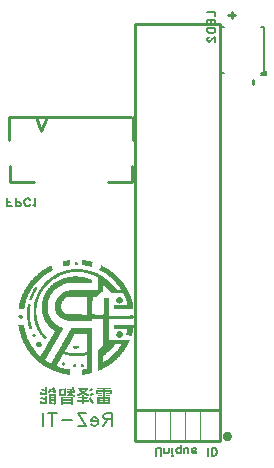
<source format=gbo>
G04 Layer: BottomSilkscreenLayer*
G04 EasyEDA Pro v2.2.32.3, 2024-10-30 17:41:05*
G04 Gerber Generator version 0.3*
G04 Scale: 100 percent, Rotated: No, Reflected: No*
G04 Dimensions in millimeters*
G04 Leading zeros omitted, absolute positions, 3 integers and 5 decimals*
%FSLAX35Y35*%
%MOMM*%
%ADD10C,0.203*%
%ADD11C,0.1524*%
%ADD12C,0.1*%
%ADD13C,0.254*%
%ADD14C,0.4*%
G75*


G04 Image Start*
G36*
G01X1377363Y-2103449D02*
G01X1378967Y-2103710D01*
G01X1379848Y-2104771D01*
G01X1380729Y-2105833D01*
G01X1381560Y-2105837D01*
G01X1382391Y-2105842D01*
G01X1390128Y-2109764D01*
G01X1397866Y-2113687D01*
G01X1407538Y-2118928D01*
G01X1417210Y-2124169D01*
G01X1421658Y-2126976D01*
G01X1426106Y-2129783D01*
G01X1432607Y-2133836D01*
G01X1439108Y-2137889D01*
G01X1444648Y-2141752D01*
G01X1450188Y-2145615D01*
G01X1454241Y-2148363D01*
G01X1458294Y-2151112D01*
G01X1468979Y-2159497D01*
G01X1479665Y-2167883D01*
G01X1488596Y-2175505D01*
G01X1497526Y-2183127D01*
G01X1512284Y-2197724D01*
G01X1527042Y-2212321D01*
G01X1535041Y-2221559D01*
G01X1543040Y-2230798D01*
G01X1548044Y-2237035D01*
G01X1553047Y-2243272D01*
G01X1556662Y-2247876D01*
G01X1560277Y-2252481D01*
G01X1563079Y-2256720D01*
G01X1565881Y-2260959D01*
G01X1569497Y-2265749D01*
G01X1573113Y-2270539D01*
G01X1577237Y-2276674D01*
G01X1581361Y-2282810D01*
G01X1584420Y-2287728D01*
G01X1587480Y-2292647D01*
G01X1591053Y-2298543D01*
G01X1594625Y-2304438D01*
G01X1594915Y-2305175D01*
G01X1595204Y-2305912D01*
G01X1599342Y-2313281D01*
G01X1603481Y-2320651D01*
G01X1605072Y-2323967D01*
G01X1606662Y-2327283D01*
G01X1609211Y-2332442D01*
G01X1611759Y-2337601D01*
G01X1615237Y-2345707D01*
G01X1618714Y-2353813D01*
G01X1620052Y-2357130D01*
G01X1621390Y-2360446D01*
G01X1622930Y-2364267D01*
G01X1624471Y-2368088D01*
G01X1624475Y-2369057D01*
G01X1624480Y-2370026D01*
G01X1625463Y-2371909D01*
G01X1626445Y-2373793D01*
G01X1628406Y-2379469D01*
G01X1630366Y-2385146D01*
G01X1630366Y-2386450D01*
G01X1630366Y-2387753D01*
G01X1631372Y-2389207D01*
G01X1632377Y-2390660D01*
G01X1634218Y-2397293D01*
G01X1636059Y-2403925D01*
G01X1636935Y-2407242D01*
G01X1637810Y-2410558D01*
G01X1639543Y-2417190D01*
G01X1641275Y-2423823D01*
G01X1641780Y-2427507D01*
G01X1642284Y-2431192D01*
G01X1643345Y-2435245D01*
G01X1644406Y-2439298D01*
G01X1645525Y-2446299D01*
G01X1646644Y-2453300D01*
G01X1647418Y-2461668D01*
G01X1648193Y-2470036D01*
G01X1647349Y-2470880D01*
G01X1646505Y-2471724D01*
G01X1566770Y-2471919D01*
G01X1487034Y-2472114D01*
G01X1486232Y-2471019D01*
G01X1485429Y-2469925D01*
G01X1485690Y-2456822D01*
G01X1485950Y-2443720D01*
G01X1486285Y-2442799D01*
G01X1486619Y-2441878D01*
G01X1540009Y-2441878D01*
G01X1593399Y-2441878D01*
G01X1594603Y-2441416D01*
G01X1595806Y-2440954D01*
G01X1595319Y-2433862D01*
G01X1594831Y-2426770D01*
G01X1592596Y-2418296D01*
G01X1590361Y-2409821D01*
G01X1589325Y-2405768D01*
G01X1588289Y-2401714D01*
G01X1587612Y-2400241D01*
G01X1586934Y-2398767D01*
G01X1583975Y-2389786D01*
G01X1581015Y-2380806D01*
G01X1579161Y-2376614D01*
G01X1577307Y-2372422D01*
G01X1577303Y-2371592D01*
G01X1577298Y-2370763D01*
G01X1576153Y-2368566D01*
G01X1575007Y-2366368D01*
G01X1573169Y-2361565D01*
G01X1571332Y-2356761D01*
G01X1570380Y-2354550D01*
G01X1569429Y-2352339D01*
G01X1566984Y-2347156D01*
G01X1564540Y-2341973D01*
G01X1562633Y-2340524D01*
G01X1560727Y-2339074D01*
G01X1512096Y-2338507D01*
G01X1463466Y-2337940D01*
G01X1460880Y-2335856D01*
G01X1458294Y-2333773D01*
G01X1456452Y-2331126D01*
G01X1454609Y-2328480D01*
G01X1443556Y-2316879D01*
G01X1432502Y-2305278D01*
G01X1426910Y-2299699D01*
G01X1421318Y-2294121D01*
G01X1415866Y-2288962D01*
G01X1410414Y-2283804D01*
G01X1403407Y-2277322D01*
G01X1396400Y-2270841D01*
G01X1394185Y-2271058D01*
G01X1391971Y-2271276D01*
G01X1391602Y-2293035D01*
G01X1391234Y-2314794D01*
G01X1389739Y-2316693D01*
G01X1388244Y-2318592D01*
G01X1381659Y-2324780D01*
G01X1375074Y-2330968D01*
G01X1356993Y-2348777D01*
G01X1338912Y-2366586D01*
G01X1338299Y-2367200D01*
G01X1337687Y-2367815D01*
G01X1319139Y-2368184D01*
G01X1300592Y-2368552D01*
G01X1300404Y-2443311D01*
G01X1300216Y-2518070D01*
G01X1300773Y-2518620D01*
G01X1301329Y-2519170D01*
G01X1345178Y-2519695D01*
G01X1389028Y-2520219D01*
G01X1391420Y-2518982D01*
G01X1393813Y-2517745D01*
G01X1393868Y-2450886D01*
G01X1393922Y-2384028D01*
G01X1394420Y-2380712D01*
G01X1394918Y-2377395D01*
G01X1416239Y-2377200D01*
G01X1437559Y-2377004D01*
G01X1438151Y-2377937D01*
G01X1438743Y-2378869D01*
G01X1438765Y-2452563D01*
G01X1438788Y-2526258D01*
G01X1439485Y-2527363D01*
G01X1440182Y-2528468D01*
G01X1447764Y-2528943D01*
G01X1455346Y-2529418D01*
G01X1534539Y-2529092D01*
G01X1613732Y-2528767D01*
G01X1616706Y-2527359D01*
G01X1619681Y-2525952D01*
G01X1623734Y-2523710D01*
G01X1627787Y-2521468D01*
G01X1632208Y-2521474D01*
G01X1636630Y-2521481D01*
G01X1640350Y-2523615D01*
G01X1644070Y-2525749D01*
G01X1646061Y-2528622D01*
G01X1648052Y-2531495D01*
G01X1648069Y-2532193D01*
G01X1648085Y-2532890D01*
G01X1649526Y-2534732D01*
G01X1650967Y-2536575D01*
G01X1650984Y-2539038D01*
G01X1651000Y-2541501D01*
G01X1649526Y-2543375D01*
G01X1648052Y-2545248D01*
G01X1648052Y-2546153D01*
G01X1648052Y-2547058D01*
G01X1645784Y-2549923D01*
G01X1643516Y-2552787D01*
G01X1640515Y-2554814D01*
G01X1637514Y-2556841D01*
G01X1633019Y-2556829D01*
G01X1628524Y-2556818D01*
G01X1624102Y-2555750D01*
G01X1619681Y-2554682D01*
G01X1529986Y-2554656D01*
G01X1440291Y-2554630D01*
G01X1439528Y-2556055D01*
G01X1438765Y-2557481D01*
G01X1438765Y-2645453D01*
G01X1438765Y-2733425D01*
G01X1439687Y-2734668D01*
G01X1440608Y-2735911D01*
G01X1526976Y-2736098D01*
G01X1613343Y-2736286D01*
G01X1614134Y-2737076D01*
G01X1614924Y-2737867D01*
G01X1611895Y-2744814D01*
G01X1608866Y-2751762D01*
G01X1602963Y-2763553D01*
G01X1597060Y-2775344D01*
G01X1595843Y-2777550D01*
G01X1594625Y-2779756D01*
G01X1590364Y-2787316D01*
G01X1586103Y-2794877D01*
G01X1584469Y-2797359D01*
G01X1582834Y-2799841D01*
G01X1580624Y-2803395D01*
G01X1578413Y-2806949D01*
G01X1577307Y-2808638D01*
G01X1576202Y-2810327D01*
G01X1571814Y-2816786D01*
G01X1567427Y-2823245D01*
G01X1563538Y-2828404D01*
G01X1559650Y-2833562D01*
G01X1553924Y-2840884D01*
G01X1548199Y-2848207D01*
G01X1545067Y-2851939D01*
G01X1541936Y-2855670D01*
G01X1540277Y-2857561D01*
G01X1538619Y-2859451D01*
G01X1534579Y-2864193D01*
G01X1530540Y-2868935D01*
G01X1523894Y-2875818D01*
G01X1517248Y-2882700D01*
G01X1506563Y-2893221D01*
G01X1495877Y-2903742D01*
G01X1491766Y-2907341D01*
G01X1487655Y-2910941D01*
G01X1484765Y-2913478D01*
G01X1481876Y-2916015D01*
G01X1475612Y-2921019D01*
G01X1469348Y-2926023D01*
G01X1468243Y-2927022D01*
G01X1467137Y-2928020D01*
G01X1462931Y-2931087D01*
G01X1458725Y-2934155D01*
G01X1458315Y-2934155D01*
G01X1457905Y-2934155D01*
G01X1453746Y-2937542D01*
G01X1449588Y-2940929D01*
G01X1440993Y-2946569D01*
G01X1432398Y-2952210D01*
G01X1428154Y-2954789D01*
G01X1423911Y-2957368D01*
G01X1420837Y-2959308D01*
G01X1417763Y-2961247D01*
G01X1412605Y-2964395D01*
G01X1407446Y-2967542D01*
G01X1404430Y-2969190D01*
G01X1401413Y-2970837D01*
G01X1398534Y-2972651D01*
G01X1395655Y-2974464D01*
G01X1382645Y-2980839D01*
G01X1369635Y-2987214D01*
G01X1368790Y-2987214D01*
G01X1367944Y-2987214D01*
G01X1365219Y-2988680D01*
G01X1362494Y-2990145D01*
G01X1359178Y-2991519D01*
G01X1355861Y-2992892D01*
G01X1352340Y-2993840D01*
G01X1348818Y-2994787D01*
G01X1348374Y-2994343D01*
G01X1347929Y-2993898D01*
G01X1348072Y-2908317D01*
G01X1348214Y-2822736D01*
G01X1348922Y-2820873D01*
G01X1349630Y-2819010D01*
G01X1368505Y-2800124D01*
G01X1387380Y-2781239D01*
G01X1390399Y-2777261D01*
G01X1393418Y-2773283D01*
G01X1393329Y-2665535D01*
G01X1393240Y-2557787D01*
G01X1392395Y-2556208D01*
G01X1391550Y-2554630D01*
G01X1346269Y-2554630D01*
G01X1300988Y-2554630D01*
G01X1300606Y-2556288D01*
G01X1300223Y-2557946D01*
G01X1300039Y-2564527D01*
G01X1299855Y-2571109D01*
G01X1298013Y-2571545D01*
G01X1296170Y-2571981D01*
G01X1193001Y-2571955D01*
G01X1089831Y-2571928D01*
G01X1086698Y-2570680D01*
G01X1083564Y-2569433D01*
G01X1078960Y-2568620D01*
G01X1074356Y-2567807D01*
G01X1070303Y-2566663D01*
G01X1066250Y-2565519D01*
G01X1062933Y-2564216D01*
G01X1059617Y-2562913D01*
G01X1055196Y-2561254D01*
G01X1050774Y-2559595D01*
G01X1048932Y-2558440D01*
G01X1047090Y-2557285D01*
G01X1043081Y-2555139D01*
G01X1039072Y-2552992D01*
G01X1035877Y-2550679D01*
G01X1032682Y-2548366D01*
G01X1028095Y-2544813D01*
G01X1023508Y-2541260D01*
G01X1016439Y-2534010D01*
G01X1009370Y-2526760D01*
G01X1006491Y-2522573D01*
G01X1003611Y-2518386D01*
G01X1001174Y-2514584D01*
G01X998738Y-2510782D01*
G01X994842Y-2502675D01*
G01X990947Y-2494569D01*
G01X989463Y-2490147D01*
G01X987979Y-2485726D01*
G01X986435Y-2480567D01*
G01X984892Y-2475409D01*
G01X984137Y-2470618D01*
G01X983383Y-2465828D01*
G01X982627Y-2460529D01*
G01X981872Y-2455229D01*
G01X981872Y-2448691D01*
G01X981872Y-2442153D01*
G01X983058Y-2433725D01*
G01X984245Y-2425297D01*
G01X984838Y-2421980D01*
G01X985433Y-2418664D01*
G01X986621Y-2414979D01*
G01X987810Y-2411295D01*
G01X988969Y-2407610D01*
G01X990129Y-2403925D01*
G01X992335Y-2398767D01*
G01X994542Y-2393608D01*
G01X996361Y-2389923D01*
G01X998180Y-2386239D01*
G01X1000527Y-2382132D01*
G01X1002874Y-2378025D01*
G01X1004348Y-2375997D01*
G01X1005822Y-2373970D01*
G01X1010005Y-2368682D01*
G01X1014189Y-2363393D01*
G01X1022902Y-2354768D01*
G01X1031614Y-2346143D01*
G01X1034193Y-2344288D01*
G01X1036773Y-2342433D01*
G01X1039720Y-2340425D01*
G01X1042668Y-2338418D01*
G01X1044142Y-2337160D01*
G01X1045616Y-2335902D01*
G01X1050037Y-2333508D01*
G01X1054459Y-2331115D01*
G01X1057775Y-2329457D01*
G01X1061091Y-2327800D01*
G01X1064407Y-2326294D01*
G01X1067724Y-2324787D01*
G01X1071777Y-2323354D01*
G01X1075830Y-2321920D01*
G01X1082094Y-2320000D01*
G01X1088357Y-2318080D01*
G01X1093147Y-2317287D01*
G01X1097937Y-2316494D01*
G01X1104570Y-2315878D01*
G01X1111202Y-2315262D01*
G01X1228882Y-2315193D01*
G01X1346563Y-2315124D01*
G01X1347146Y-2314203D01*
G01X1347729Y-2313281D01*
G01X1347951Y-2308491D01*
G01X1348174Y-2303701D01*
G01X1348564Y-2256906D01*
G01X1348954Y-2210110D01*
G01X1348509Y-2207736D01*
G01X1348065Y-2205363D01*
G01X1346228Y-2203180D01*
G01X1344391Y-2200996D01*
G01X1341651Y-2200108D01*
G01X1338912Y-2199219D01*
G01X1330595Y-2195268D01*
G01X1322278Y-2191318D01*
G01X1321383Y-2191313D01*
G01X1320489Y-2191308D01*
G01X1318278Y-2189844D01*
G01X1316067Y-2188380D01*
G01X1314101Y-2188375D01*
G01X1312134Y-2188370D01*
G01X1306363Y-2185507D01*
G01X1300592Y-2182645D01*
G01X1297644Y-2181897D01*
G01X1294697Y-2181149D01*
G01X1289538Y-2179192D01*
G01X1284380Y-2177235D01*
G01X1280695Y-2176303D01*
G01X1277010Y-2175371D01*
G01X1275536Y-2174574D01*
G01X1274063Y-2173777D01*
G01X1270378Y-2173241D01*
G01X1266693Y-2172706D01*
G01X1265272Y-2171967D01*
G01X1263850Y-2171227D01*
G01X1259745Y-2170274D01*
G01X1255640Y-2169321D01*
G01X1250481Y-2168168D01*
G01X1245323Y-2167016D01*
G01X1241269Y-2165971D01*
G01X1237216Y-2164926D01*
G01X1232090Y-2164452D01*
G01X1226963Y-2163979D01*
G01X1226166Y-2163317D01*
G01X1225369Y-2162656D01*
G01X1216554Y-2162191D01*
G01X1207739Y-2161726D01*
G01X1203686Y-2160493D01*
G01X1199633Y-2159261D01*
G01X1166472Y-2159263D01*
G01X1133310Y-2159266D01*
G01X1130163Y-2160553D01*
G01X1127016Y-2161840D01*
G01X1122541Y-2161840D01*
G01X1118066Y-2161840D01*
G01X1110949Y-2163255D01*
G01X1103833Y-2164669D01*
G01X1099780Y-2165184D01*
G01X1095727Y-2165700D01*
G01X1092993Y-2167086D01*
G01X1090258Y-2168473D01*
G01X1088177Y-2168473D01*
G01X1086096Y-2168473D01*
G01X1081902Y-2169946D01*
G01X1077709Y-2171420D01*
G01X1075320Y-2171420D01*
G01X1072931Y-2171420D01*
G01X1069590Y-2172663D01*
G01X1066250Y-2173907D01*
G01X1064492Y-2175243D01*
G01X1062735Y-2176579D01*
G01X1061324Y-2176579D01*
G01X1059913Y-2176579D01*
G01X1057923Y-2177563D01*
G01X1055933Y-2178547D01*
G01X1051708Y-2179455D01*
G01X1047483Y-2180364D01*
G01X1047071Y-2181031D01*
G01X1046659Y-2181697D01*
G01X1043558Y-2182507D01*
G01X1040457Y-2183317D01*
G01X1037510Y-2184640D01*
G01X1034562Y-2185964D01*
G01X1031871Y-2187167D01*
G01X1029181Y-2188370D01*
G01X1028371Y-2188370D01*
G01X1027562Y-2188370D01*
G01X1018166Y-2193078D01*
G01X1008770Y-2197787D01*
G01X1004945Y-2199895D01*
G01X1001121Y-2202003D01*
G01X994260Y-2205998D01*
G01X987399Y-2209992D01*
G01X980398Y-2214668D01*
G01X973397Y-2219343D01*
G01X969344Y-2222303D01*
G01X965291Y-2225262D01*
G01X961975Y-2227589D01*
G01X958659Y-2229917D01*
G01X951289Y-2235825D01*
G01X943920Y-2241734D01*
G01X941709Y-2243696D01*
G01X939498Y-2245659D01*
G01X933064Y-2251304D01*
G01X926630Y-2256948D01*
G01X923116Y-2260521D01*
G01X919602Y-2264093D01*
G01X914039Y-2269895D01*
G01X908476Y-2275697D01*
G01X904827Y-2280108D01*
G01X901178Y-2284520D01*
G01X899496Y-2286373D01*
G01X897814Y-2288225D01*
G01X893652Y-2293753D01*
G01X889491Y-2299280D01*
G01X887228Y-2302388D01*
G01X884966Y-2305496D01*
G01X882171Y-2309389D01*
G01X879375Y-2313281D01*
G01X874523Y-2320651D01*
G01X869671Y-2328020D01*
G01X867654Y-2331705D01*
G01X865637Y-2335390D01*
G01X863941Y-2338337D01*
G01X862245Y-2341285D01*
G01X859142Y-2347549D01*
G01X856040Y-2353813D01*
G01X853649Y-2359340D01*
G01X851258Y-2364867D01*
G01X850677Y-2365604D01*
G01X850096Y-2366341D01*
G01X848553Y-2370929D01*
G01X847011Y-2375517D01*
G01X845170Y-2379541D01*
G01X843330Y-2383565D01*
G01X843330Y-2384539D01*
G01X843330Y-2385514D01*
G01X841054Y-2391772D01*
G01X838779Y-2398030D01*
G01X838146Y-2400241D01*
G01X837514Y-2402451D01*
G01X835917Y-2408715D01*
G01X834320Y-2414979D01*
G01X833353Y-2417927D01*
G01X832386Y-2420875D01*
G01X831910Y-2424191D01*
G01X831435Y-2427507D01*
G01X830057Y-2434877D01*
G01X828680Y-2442246D01*
G01X827854Y-2448879D01*
G01X827028Y-2455511D01*
G01X826267Y-2461038D01*
G01X825507Y-2466565D01*
G01X825869Y-2493464D01*
G01X826232Y-2520362D01*
G01X827012Y-2525889D01*
G01X827793Y-2531416D01*
G01X828558Y-2537312D01*
G01X829323Y-2543207D01*
G01X830077Y-2546523D01*
G01X830830Y-2549840D01*
G01X831547Y-2554927D01*
G01X832264Y-2560015D01*
G01X833388Y-2564876D01*
G01X834512Y-2569737D01*
G01X836013Y-2575633D01*
G01X837514Y-2581528D01*
G01X838164Y-2583739D01*
G01X838813Y-2585950D01*
G01X841072Y-2592434D01*
G01X843330Y-2598917D01*
G01X843330Y-2599967D01*
G01X843330Y-2601018D01*
G01X844756Y-2604169D01*
G01X846183Y-2607321D01*
G01X847795Y-2611743D01*
G01X849408Y-2616164D01*
G01X852330Y-2622797D01*
G01X855253Y-2629429D01*
G01X858314Y-2635693D01*
G01X861375Y-2641957D01*
G01X864257Y-2647116D01*
G01X867140Y-2652275D01*
G01X868767Y-2654854D01*
G01X870394Y-2657433D01*
G01X876165Y-2666276D01*
G01X881937Y-2675120D01*
G01X883647Y-2677331D01*
G01X885357Y-2679541D01*
G01X885900Y-2680278D01*
G01X886444Y-2681015D01*
G01X890403Y-2685805D01*
G01X894362Y-2690595D01*
G01X901086Y-2697803D01*
G01X907811Y-2705011D01*
G01X909469Y-2708109D01*
G01X911127Y-2711207D01*
G01X911127Y-2713101D01*
G01X911127Y-2714994D01*
G01X909020Y-2718271D01*
G01X906913Y-2721547D01*
G01X905073Y-2723234D01*
G01X903232Y-2724922D01*
G01X900595Y-2725350D01*
G01X897957Y-2725778D01*
G01X894611Y-2724158D01*
G01X891265Y-2722538D01*
G01X886642Y-2717319D01*
G01X882018Y-2712100D01*
G01X880539Y-2710559D01*
G01X879060Y-2709019D01*
G01X874881Y-2703492D01*
G01X870703Y-2697965D01*
G01X869360Y-2696486D01*
G01X868017Y-2695008D01*
G01X863564Y-2689117D01*
G01X859111Y-2683226D01*
G01X854253Y-2675857D01*
G01X849394Y-2668487D01*
G01X843557Y-2658170D01*
G01X837719Y-2647853D01*
G01X834708Y-2640852D01*
G01X831696Y-2633851D01*
G01X829317Y-2628324D01*
G01X826939Y-2622797D01*
G01X825640Y-2619112D01*
G01X824341Y-2615427D01*
G01X820835Y-2605479D01*
G01X817328Y-2595530D01*
G01X816269Y-2591845D01*
G01X815210Y-2588161D01*
G01X813843Y-2582265D01*
G01X812476Y-2576370D01*
G01X810952Y-2570106D01*
G01X809427Y-2563842D01*
G01X808655Y-2559420D01*
G01X807883Y-2554998D01*
G01X806454Y-2546523D01*
G01X805025Y-2538049D01*
G01X803767Y-2529205D01*
G01X802510Y-2520362D01*
G01X802226Y-2493832D01*
G01X801943Y-2467302D01*
G01X802766Y-2460301D01*
G01X803589Y-2453300D01*
G01X804311Y-2447773D01*
G01X805033Y-2442246D01*
G01X806077Y-2435614D01*
G01X807121Y-2428981D01*
G01X808220Y-2422349D01*
G01X809319Y-2415716D01*
G01X810862Y-2409452D01*
G01X812406Y-2403188D01*
G01X813424Y-2398767D01*
G01X814442Y-2394345D01*
G01X816028Y-2389555D01*
G01X817614Y-2384765D01*
G01X818681Y-2382443D01*
G01X819748Y-2380120D01*
G01X819748Y-2379438D01*
G01X819748Y-2378756D01*
G01X823105Y-2369601D01*
G01X826462Y-2360446D01*
G01X829000Y-2355075D01*
G01X831539Y-2349704D01*
G01X831539Y-2349079D01*
G01X831539Y-2348454D01*
G01X835852Y-2340079D01*
G01X840164Y-2331705D01*
G01X843525Y-2325441D01*
G01X846885Y-2319177D01*
G01X848608Y-2316197D01*
G01X850331Y-2313217D01*
G01X852541Y-2309650D01*
G01X854752Y-2306082D01*
G01X857884Y-2301333D01*
G01X861016Y-2296585D01*
G01X861016Y-2296224D01*
G01X861016Y-2295864D01*
G01X864148Y-2291960D01*
G01X867280Y-2288055D01*
G01X868385Y-2286366D01*
G01X869491Y-2284677D01*
G01X871701Y-2282030D01*
G01X873912Y-2279383D01*
G01X874844Y-2278398D01*
G01X875777Y-2277412D01*
G01X877792Y-2274717D01*
G01X879808Y-2272022D01*
G01X881724Y-2269807D01*
G01X883641Y-2267591D01*
G01X892515Y-2257642D01*
G01X901388Y-2247694D01*
G01X910126Y-2239168D01*
G01X918865Y-2230643D01*
G01X922984Y-2227009D01*
G01X927104Y-2223375D01*
G01X930354Y-2220593D01*
G01X933603Y-2217811D01*
G01X940972Y-2212112D01*
G01X948342Y-2206414D01*
G01X951289Y-2204339D01*
G01X954237Y-2202265D01*
G01X958290Y-2199334D01*
G01X962343Y-2196402D01*
G01X968607Y-2192276D01*
G01X974871Y-2188150D01*
G01X977450Y-2186469D01*
G01X980029Y-2184788D01*
G01X986293Y-2181196D01*
G01X992557Y-2177603D01*
G01X1004735Y-2171653D01*
G01X1016914Y-2165704D01*
G01X1022053Y-2163707D01*
G01X1027193Y-2161709D01*
G01X1031246Y-2160212D01*
G01X1035299Y-2158715D01*
G01X1038615Y-2157390D01*
G01X1041931Y-2156066D01*
G01X1050406Y-2153341D01*
G01X1058880Y-2150616D01*
G01X1062565Y-2149550D01*
G01X1066250Y-2148483D01*
G01X1073250Y-2146630D01*
G01X1080251Y-2144776D01*
G01X1086515Y-2143344D01*
G01X1092779Y-2141912D01*
G01X1097937Y-2141164D01*
G01X1103096Y-2140416D01*
G01X1107886Y-2139395D01*
G01X1112676Y-2138374D01*
G01X1119308Y-2137548D01*
G01X1125941Y-2136721D01*
G01X1130731Y-2136034D01*
G01X1135521Y-2135348D01*
G01X1156892Y-2134905D01*
G01X1178262Y-2134462D01*
G01X1191895Y-2135292D01*
G01X1205529Y-2136123D01*
G01X1211424Y-2136796D01*
G01X1217319Y-2137469D01*
G01X1223275Y-2138112D01*
G01X1229230Y-2138754D01*
G01X1230003Y-2139232D01*
G01X1230775Y-2139709D01*
G01X1238417Y-2140792D01*
G01X1246060Y-2141876D01*
G01X1254903Y-2143820D01*
G01X1263746Y-2145763D01*
G01X1268487Y-2146818D01*
G01X1273229Y-2147872D01*
G01X1283226Y-2150904D01*
G01X1293223Y-2153936D01*
G01X1298381Y-2155635D01*
G01X1303540Y-2157334D01*
G01X1308330Y-2159120D01*
G01X1313120Y-2160906D01*
G01X1320121Y-2163537D01*
G01X1327121Y-2166168D01*
G01X1334122Y-2169074D01*
G01X1341123Y-2171980D01*
G01X1352177Y-2177283D01*
G01X1363231Y-2182586D01*
G01X1366915Y-2184538D01*
G01X1370600Y-2186490D01*
G01X1373548Y-2187919D01*
G01X1376495Y-2189349D01*
G01X1377601Y-2190251D01*
G01X1378706Y-2191153D01*
G01X1382759Y-2193209D01*
G01X1386812Y-2195264D01*
G01X1390865Y-2197845D01*
G01X1394918Y-2200425D01*
G01X1400077Y-2203820D01*
G01X1405235Y-2207214D01*
G01X1415440Y-2214926D01*
G01X1425644Y-2222638D01*
G01X1427292Y-2223743D01*
G01X1428941Y-2224849D01*
G01X1430055Y-2225954D01*
G01X1431168Y-2227059D01*
G01X1439549Y-2234060D01*
G01X1447930Y-2241061D01*
G01X1460157Y-2253221D01*
G01X1472385Y-2265380D01*
G01X1476393Y-2269839D01*
G01X1480402Y-2274299D01*
G01X1488996Y-2284210D01*
G01X1497591Y-2294121D01*
G01X1502261Y-2299956D01*
G01X1506931Y-2305792D01*
G01X1508982Y-2307304D01*
G01X1511033Y-2308815D01*
G01X1526300Y-2308838D01*
G01X1541567Y-2308860D01*
G01X1541797Y-2306466D01*
G01X1542028Y-2304072D01*
G01X1539218Y-2299630D01*
G01X1536408Y-2295187D01*
G01X1533092Y-2290818D01*
G01X1529776Y-2286449D01*
G01X1526475Y-2282179D01*
G01X1523174Y-2277908D01*
G01X1519411Y-2273487D01*
G01X1515649Y-2269065D01*
G01X1511564Y-2263538D01*
G01X1507479Y-2258011D01*
G01X1503061Y-2253478D01*
G01X1498642Y-2248944D01*
G01X1496543Y-2246108D01*
G01X1494444Y-2243272D01*
G01X1491476Y-2240297D01*
G01X1488508Y-2237321D01*
G01X1481432Y-2229980D01*
G01X1474357Y-2222638D01*
G01X1468920Y-2217479D01*
G01X1463484Y-2212321D01*
G01X1460427Y-2210082D01*
G01X1457370Y-2207844D01*
G01X1454836Y-2205234D01*
G01X1452302Y-2202624D01*
G01X1448113Y-2199462D01*
G01X1443924Y-2196299D01*
G01X1443924Y-2195740D01*
G01X1443924Y-2195181D01*
G01X1441786Y-2194296D01*
G01X1439648Y-2193410D01*
G01X1437917Y-2191555D01*
G01X1436186Y-2189700D01*
G01X1433607Y-2188331D01*
G01X1431028Y-2186962D01*
G01X1425869Y-2182531D01*
G01X1420711Y-2178099D01*
G01X1410394Y-2171191D01*
G01X1400077Y-2164283D01*
G01X1394918Y-2161518D01*
G01X1389760Y-2158753D01*
G01X1388286Y-2157437D01*
G01X1386812Y-2156121D01*
G01X1373548Y-2149333D01*
G01X1360283Y-2142545D01*
G01X1359040Y-2141323D01*
G01X1357797Y-2140100D01*
G01X1357398Y-2138258D01*
G01X1356999Y-2136416D01*
G01X1360601Y-2129783D01*
G01X1364203Y-2123151D01*
G01X1369216Y-2113405D01*
G01X1374229Y-2103659D01*
G01X1374993Y-2103423D01*
G01X1375758Y-2103188D01*
G01X1377363Y-2103449D01*
G37*
%LPC*%
G36*
G01X1106939Y-2368201D02*
G01X1100465Y-2368942D01*
G01X1094043Y-2370708D01*
G01X1087620Y-2372474D01*
G01X1083936Y-2373792D01*
G01X1080251Y-2375111D01*
G01X1074735Y-2377999D01*
G01X1069219Y-2380886D01*
G01X1065020Y-2384185D01*
G01X1060822Y-2387484D01*
G01X1055061Y-2394463D01*
G01X1049300Y-2401443D01*
G01X1046503Y-2405632D01*
G01X1043706Y-2409821D01*
G01X1041209Y-2415040D01*
G01X1038712Y-2420260D01*
G01X1036659Y-2427200D01*
G01X1034605Y-2434140D01*
G01X1034631Y-2447773D01*
G01X1034657Y-2461407D01*
G01X1036691Y-2468223D01*
G01X1038724Y-2475040D01*
G01X1041309Y-2480014D01*
G01X1043893Y-2484989D01*
G01X1046337Y-2488674D01*
G01X1048780Y-2492358D01*
G01X1052671Y-2496406D01*
G01X1056562Y-2500455D01*
G01X1061037Y-2504036D01*
G01X1065513Y-2507618D01*
G01X1068460Y-2509101D01*
G01X1071408Y-2510585D01*
G01X1072514Y-2511531D01*
G01X1073619Y-2512477D01*
G01X1082831Y-2515683D01*
G01X1092042Y-2518888D01*
G01X1171703Y-2519097D01*
G01X1251365Y-2519306D01*
G01X1252212Y-2518286D01*
G01X1253059Y-2517265D01*
G01X1253078Y-2443570D01*
G01X1253098Y-2369875D01*
G01X1252632Y-2368661D01*
G01X1252166Y-2367447D01*
G01X1182789Y-2367453D01*
G01X1113413Y-2367459D01*
G01X1106939Y-2368201D01*
G37*
G36*
G01X1496373Y-2768203D02*
G01X1494403Y-2770275D01*
G01X1490360Y-2774985D01*
G01X1486317Y-2779694D01*
G01X1484465Y-2782425D01*
G01X1482613Y-2785155D01*
G01X1475612Y-2792756D01*
G01X1468611Y-2800357D01*
G01X1461979Y-2807297D01*
G01X1455346Y-2814236D01*
G01X1448714Y-2820662D01*
G01X1442082Y-2827088D01*
G01X1434626Y-2833641D01*
G01X1427171Y-2840195D01*
G01X1421870Y-2844248D01*
G01X1416570Y-2848301D01*
G01X1415217Y-2849513D01*
G01X1413865Y-2850726D01*
G01X1402733Y-2859002D01*
G01X1391602Y-2867278D01*
G01X1391602Y-2894452D01*
G01X1391602Y-2921627D01*
G01X1392629Y-2921627D01*
G01X1393657Y-2921627D01*
G01X1401477Y-2916652D01*
G01X1409297Y-2911678D01*
G01X1411025Y-2910572D01*
G01X1412753Y-2909467D01*
G01X1414890Y-2908017D01*
G01X1417026Y-2906568D01*
G01X1425386Y-2900279D01*
G01X1433746Y-2893991D01*
G01X1435383Y-2892886D01*
G01X1437020Y-2891780D01*
G01X1443604Y-2886623D01*
G01X1450188Y-2881465D01*
G01X1463821Y-2869301D01*
G01X1477454Y-2857138D01*
G01X1485192Y-2849028D01*
G01X1492930Y-2840919D01*
G01X1496370Y-2837240D01*
G01X1499811Y-2833562D01*
G01X1502143Y-2830620D01*
G01X1504475Y-2827677D01*
G01X1504994Y-2827304D01*
G01X1505513Y-2826930D01*
G01X1514328Y-2815612D01*
G01X1523143Y-2804295D01*
G01X1528557Y-2796820D01*
G01X1533970Y-2789346D01*
G01X1534457Y-2788977D01*
G01X1534943Y-2788609D01*
G01X1537931Y-2784555D01*
G01X1540920Y-2780502D01*
G01X1543274Y-2776351D01*
G01X1545629Y-2772200D01*
G01X1546730Y-2771287D01*
G01X1547830Y-2770373D01*
G01X1547830Y-2768744D01*
G01X1547830Y-2767115D01*
G01X1547339Y-2766623D01*
G01X1546848Y-2766132D01*
G01X1522595Y-2766132D01*
G01X1498343Y-2766132D01*
G01X1496373Y-2768203D01*
G37*
%LPD*%
G36*
G01X1185632Y-2198387D02*
G01X1195212Y-2199355D01*
G01X1204055Y-2200074D01*
G01X1212898Y-2200792D01*
G01X1218425Y-2201920D01*
G01X1223952Y-2203047D01*
G01X1228005Y-2203855D01*
G01X1232058Y-2204664D01*
G01X1236479Y-2205606D01*
G01X1240901Y-2206549D01*
G01X1244586Y-2207678D01*
G01X1248270Y-2208807D01*
G01X1253797Y-2210448D01*
G01X1259324Y-2212088D01*
G01X1261535Y-2212843D01*
G01X1263746Y-2213598D01*
G01X1271483Y-2216384D01*
G01X1279221Y-2219171D01*
G01X1283274Y-2220787D01*
G01X1287327Y-2222403D01*
G01X1290275Y-2223386D01*
G01X1293223Y-2224369D01*
G01X1296120Y-2225887D01*
G01X1299017Y-2227405D01*
G01X1299609Y-2228338D01*
G01X1300201Y-2229270D01*
G01X1300212Y-2238887D01*
G01X1300223Y-2248504D01*
G01X1299339Y-2249389D01*
G01X1298455Y-2250273D01*
G01X1207039Y-2250279D01*
G01X1115624Y-2250285D01*
G01X1107149Y-2251351D01*
G01X1098674Y-2252418D01*
G01X1093147Y-2253210D01*
G01X1087620Y-2254002D01*
G01X1083936Y-2255037D01*
G01X1080251Y-2256072D01*
G01X1072145Y-2258262D01*
G01X1064039Y-2260452D01*
G01X1060723Y-2261659D01*
G01X1057407Y-2262867D01*
G01X1055084Y-2263939D01*
G01X1052762Y-2265012D01*
G01X1051914Y-2265012D01*
G01X1051066Y-2265012D01*
G01X1048341Y-2266430D01*
G01X1045616Y-2267848D01*
G01X1038246Y-2271403D01*
G01X1030877Y-2274959D01*
G01X1023508Y-2279257D01*
G01X1016139Y-2283556D01*
G01X1012454Y-2286029D01*
G01X1008770Y-2288503D01*
G01X1006327Y-2290207D01*
G01X1003884Y-2291910D01*
G01X997852Y-2296604D01*
G01X991820Y-2301298D01*
G01X986003Y-2306553D01*
G01X980185Y-2311808D01*
G01X976423Y-2315635D01*
G01X972660Y-2319463D01*
G01X970114Y-2322181D01*
G01X967567Y-2324898D01*
G01X962565Y-2331249D01*
G01X957563Y-2337601D01*
G01X956717Y-2338602D01*
G01X955871Y-2339603D01*
G01X951565Y-2346096D01*
G01X947259Y-2352588D01*
G01X946393Y-2354490D01*
G01X945526Y-2356393D01*
G01X945010Y-2356393D01*
G01X944494Y-2356393D01*
G01X941802Y-2362104D01*
G01X939110Y-2367815D01*
G01X938418Y-2368921D01*
G01X937726Y-2370026D01*
G01X936496Y-2372974D01*
G01X935267Y-2375922D01*
G01X933517Y-2379606D01*
G01X931767Y-2383291D01*
G01X929971Y-2388874D01*
G01X928175Y-2394456D01*
G01X927113Y-2396980D01*
G01X926052Y-2399504D01*
G01X924529Y-2406136D01*
G01X923006Y-2412769D01*
G01X921304Y-2419770D01*
G01X919602Y-2426770D01*
G01X919605Y-2451826D01*
G01X919609Y-2476882D01*
G01X921331Y-2484620D01*
G01X923054Y-2492358D01*
G01X924905Y-2499985D01*
G01X926755Y-2507612D01*
G01X927720Y-2509566D01*
G01X928684Y-2511519D01*
G01X930274Y-2517046D01*
G01X931864Y-2522573D01*
G01X932564Y-2523678D01*
G01X933264Y-2524784D01*
G01X934401Y-2527363D01*
G01X935537Y-2529942D01*
G01X936632Y-2532522D01*
G01X937726Y-2535101D01*
G01X938418Y-2536206D01*
G01X939110Y-2537312D01*
G01X941321Y-2541867D01*
G01X943533Y-2546421D01*
G01X945632Y-2549605D01*
G01X947731Y-2552787D01*
G01X952071Y-2559420D01*
G01X956411Y-2566052D01*
G01X957362Y-2567037D01*
G01X958312Y-2568022D01*
G01X960316Y-2570722D01*
G01X962319Y-2573422D01*
G01X971911Y-2583295D01*
G01X981503Y-2593167D01*
G01X991083Y-2600799D01*
G01X1000663Y-2608431D01*
G01X1003027Y-2609554D01*
G01X1005391Y-2610677D01*
G01X1005805Y-2611348D01*
G01X1006220Y-2612019D01*
G01X1011179Y-2614348D01*
G01X1016139Y-2616678D01*
G01X1017244Y-2617575D01*
G01X1018350Y-2618472D01*
G01X1025350Y-2621460D01*
G01X1032351Y-2624448D01*
G01X1036404Y-2625963D01*
G01X1040457Y-2627477D01*
G01X1042902Y-2627970D01*
G01X1045347Y-2628463D01*
G01X1047323Y-2629494D01*
G01X1049300Y-2630526D01*
G01X1051143Y-2630541D01*
G01X1052985Y-2630557D01*
G01X1054048Y-2631230D01*
G01X1055112Y-2631903D01*
G01X1054173Y-2633982D01*
G01X1053234Y-2636062D01*
G01X1047951Y-2645138D01*
G01X1042668Y-2654214D01*
G01X1040826Y-2657358D01*
G01X1038983Y-2660501D01*
G01X1034562Y-2668055D01*
G01X1030140Y-2675608D01*
G01X1028726Y-2677943D01*
G01X1027311Y-2680278D01*
G01X1024528Y-2685068D01*
G01X1021744Y-2689859D01*
G01X1018715Y-2695386D01*
G01X1015685Y-2700913D01*
G01X1012964Y-2705511D01*
G01X1010243Y-2710109D01*
G01X1004877Y-2719513D01*
G01X999510Y-2728916D01*
G01X998802Y-2730022D01*
G01X998094Y-2731127D01*
G01X995591Y-2735917D01*
G01X993088Y-2740707D01*
G01X990428Y-2744744D01*
G01X987767Y-2748780D01*
G01X987767Y-2749628D01*
G01X987767Y-2750476D01*
G01X986844Y-2751242D01*
G01X985921Y-2752008D01*
G01X983350Y-2757044D01*
G01X980780Y-2762079D01*
G01X978378Y-2765747D01*
G01X975976Y-2769415D01*
G01X975976Y-2770262D01*
G01X975976Y-2771110D01*
G01X974924Y-2771983D01*
G01X973872Y-2772857D01*
G01X971894Y-2776680D01*
G01X969916Y-2780502D01*
G01X968996Y-2781608D01*
G01X968076Y-2782713D01*
G01X965209Y-2787775D01*
G01X962343Y-2792837D01*
G01X960243Y-2796618D01*
G01X958142Y-2800400D01*
G01X957193Y-2801505D01*
G01X956245Y-2802611D01*
G01X953870Y-2807356D01*
G01X951496Y-2812101D01*
G01X950139Y-2813988D01*
G01X948782Y-2815876D01*
G01X947088Y-2818995D01*
G01X945394Y-2822114D01*
G01X940051Y-2831335D01*
G01X934709Y-2840555D01*
G01X934709Y-2841054D01*
G01X934709Y-2841552D01*
G01X933693Y-2842716D01*
G01X932678Y-2843879D01*
G01X930023Y-2848846D01*
G01X927368Y-2853812D01*
G01X925669Y-2856583D01*
G01X923971Y-2859355D01*
G01X923027Y-2861197D01*
G01X922082Y-2863040D01*
G01X920692Y-2865555D01*
G01X919301Y-2868071D01*
G01X916063Y-2873662D01*
G01X912825Y-2879252D01*
G01X911266Y-2881832D01*
G01X909708Y-2884411D01*
G01X907774Y-2888014D01*
G01X905839Y-2891618D01*
G01X902956Y-2895842D01*
G01X900073Y-2900066D01*
G01X900073Y-2901953D01*
G01X900073Y-2903841D01*
G01X901431Y-2904272D01*
G01X902789Y-2904703D01*
G01X906581Y-2907453D01*
G01X910372Y-2910204D01*
G01X913882Y-2912367D01*
G01X917391Y-2914530D01*
G01X923319Y-2918262D01*
G01X929248Y-2921995D01*
G01X930689Y-2922877D01*
G01X932129Y-2923759D01*
G01X938393Y-2927363D01*
G01X944657Y-2930968D01*
G01X946286Y-2931379D01*
G01X947915Y-2931791D01*
G01X949682Y-2929472D01*
G01X951449Y-2927154D01*
G01X953480Y-2923100D01*
G01X955510Y-2919047D01*
G01X956503Y-2917916D01*
G01X957495Y-2916785D01*
G01X959818Y-2912389D01*
G01X962142Y-2907993D01*
G01X963003Y-2906888D01*
G01X963864Y-2905782D01*
G01X965608Y-2902466D01*
G01X967352Y-2899150D01*
G01X968262Y-2898044D01*
G01X969172Y-2896939D01*
G01X970818Y-2893623D01*
G01X972464Y-2890307D01*
G01X976468Y-2883306D01*
G01X980471Y-2876305D01*
G01X981141Y-2875199D01*
G01X981811Y-2874094D01*
G01X986816Y-2865424D01*
G01X991820Y-2856755D01*
G01X994399Y-2852073D01*
G01X996979Y-2847391D01*
G01X997809Y-2846372D01*
G01X998640Y-2845353D01*
G01X1000992Y-2840932D01*
G01X1003344Y-2836510D01*
G01X1006534Y-2831351D01*
G01X1009725Y-2826193D01*
G01X1015879Y-2815675D01*
G01X1022034Y-2805156D01*
G01X1024776Y-2800567D01*
G01X1027517Y-2795978D01*
G01X1028829Y-2793399D01*
G01X1030140Y-2790820D01*
G01X1034930Y-2782869D01*
G01X1039720Y-2774919D01*
G01X1041818Y-2771078D01*
G01X1043916Y-2767237D01*
G01X1050538Y-2756183D01*
G01X1057160Y-2745129D01*
G01X1057779Y-2744024D01*
G01X1058398Y-2742918D01*
G01X1060777Y-2738865D01*
G01X1063156Y-2734812D01*
G01X1064436Y-2732601D01*
G01X1065715Y-2730390D01*
G01X1070996Y-2721179D01*
G01X1076278Y-2711967D01*
G01X1076938Y-2710861D01*
G01X1077598Y-2709756D01*
G01X1081873Y-2702519D01*
G01X1086147Y-2695283D01*
G01X1087989Y-2692097D01*
G01X1089831Y-2688912D01*
G01X1092613Y-2683858D01*
G01X1095395Y-2678804D01*
G01X1096852Y-2676594D01*
G01X1098309Y-2674383D01*
G01X1099366Y-2672123D01*
G01X1100424Y-2669862D01*
G01X1103050Y-2665875D01*
G01X1105675Y-2661888D01*
G01X1105675Y-2661248D01*
G01X1105675Y-2660608D01*
G01X1107157Y-2658527D01*
G01X1108640Y-2656445D01*
G01X1110854Y-2652149D01*
G01X1113067Y-2647853D01*
G01X1113977Y-2646422D01*
G01X1114887Y-2644991D01*
G01X1117327Y-2641044D01*
G01X1119767Y-2637096D01*
G01X1121612Y-2636395D01*
G01X1123457Y-2635693D01*
G01X1209950Y-2635693D01*
G01X1296443Y-2635693D01*
G01X1298333Y-2636412D01*
G01X1300223Y-2637131D01*
G01X1300223Y-2824610D01*
G01X1300223Y-3012090D01*
G01X1299284Y-3012869D01*
G01X1298345Y-3013649D01*
G01X1295047Y-3014766D01*
G01X1291749Y-3015883D01*
G01X1288433Y-3016379D01*
G01X1285116Y-3016875D01*
G01X1282906Y-3017841D01*
G01X1280695Y-3018807D01*
G01X1272589Y-3020429D01*
G01X1264483Y-3022052D01*
G01X1260798Y-3022642D01*
G01X1257113Y-3023232D01*
G01X1254534Y-3024031D01*
G01X1251955Y-3024829D01*
G01X1246796Y-3025604D01*
G01X1241638Y-3026378D01*
G01X1237216Y-3027092D01*
G01X1232795Y-3027807D01*
G01X1226531Y-3028479D01*
G01X1220267Y-3029150D01*
G01X1216582Y-3029941D01*
G01X1212898Y-3030733D01*
G01X1211608Y-3029158D01*
G01X1210319Y-3027583D01*
G01X1210319Y-3011555D01*
G01X1210319Y-2995526D01*
G01X1209858Y-2992166D01*
G01X1209397Y-2988806D01*
G01X1211233Y-2986970D01*
G01X1213069Y-2985134D01*
G01X1217405Y-2984687D01*
G01X1221741Y-2984239D01*
G01X1225426Y-2983152D01*
G01X1229110Y-2982065D01*
G01X1239059Y-2981018D01*
G01X1249007Y-2979971D01*
G01X1251034Y-2979189D01*
G01X1253060Y-2978408D01*
G01X1253060Y-2921253D01*
G01X1253060Y-2864099D01*
G01X1251950Y-2863673D01*
G01X1250840Y-2863247D01*
G01X1246239Y-2864013D01*
G01X1241638Y-2864779D01*
G01X1234269Y-2866274D01*
G01X1226899Y-2867770D01*
G01X1222846Y-2868519D01*
G01X1218793Y-2869268D01*
G01X1210319Y-2870423D01*
G01X1201844Y-2871578D01*
G01X1184158Y-2872347D01*
G01X1166472Y-2873116D01*
G01X1151733Y-2872625D01*
G01X1136994Y-2872133D01*
G01X1131836Y-2871535D01*
G01X1126678Y-2870937D01*
G01X1117098Y-2869742D01*
G01X1107518Y-2868548D01*
G01X1105675Y-2867866D01*
G01X1103833Y-2867185D01*
G01X1101254Y-2866740D01*
G01X1098674Y-2866295D01*
G01X1092042Y-2864778D01*
G01X1085410Y-2863260D01*
G01X1080620Y-2861946D01*
G01X1075830Y-2860633D01*
G01X1070671Y-2859062D01*
G01X1065513Y-2857491D01*
G01X1064087Y-2857502D01*
G01X1062661Y-2857513D01*
G01X1057677Y-2854933D01*
G01X1052693Y-2852354D01*
G01X1051733Y-2852364D01*
G01X1050774Y-2852373D01*
G01X1048566Y-2856970D01*
G01X1046358Y-2861566D01*
G01X1042792Y-2867461D01*
G01X1039226Y-2873357D01*
G01X1036317Y-2878884D01*
G01X1033408Y-2884411D01*
G01X1031640Y-2887359D01*
G01X1029873Y-2890307D01*
G01X1028697Y-2892517D01*
G01X1027522Y-2894728D01*
G01X1026593Y-2896202D01*
G01X1025665Y-2897676D01*
G01X1023652Y-2901361D01*
G01X1021638Y-2905045D01*
G01X1019370Y-2909099D01*
G01X1017102Y-2913152D01*
G01X1014691Y-2916836D01*
G01X1012280Y-2920521D01*
G01X1011766Y-2922175D01*
G01X1011252Y-2923829D01*
G01X1010271Y-2924810D01*
G01X1009290Y-2925791D01*
G01X1007139Y-2929788D01*
G01X1004988Y-2933786D01*
G01X1001352Y-2939871D01*
G01X997716Y-2945957D01*
G01X996070Y-2948715D01*
G01X994424Y-2951473D01*
G01X994412Y-2952796D01*
G01X994399Y-2954120D01*
G01X998268Y-2955921D01*
G01X1002137Y-2957722D01*
G01X1003263Y-2957730D01*
G01X1004388Y-2957737D01*
G01X1005842Y-2958710D01*
G01X1007296Y-2959684D01*
G01X1012823Y-2961573D01*
G01X1018350Y-2963462D01*
G01X1026824Y-2966122D01*
G01X1035299Y-2968783D01*
G01X1039049Y-2969482D01*
G01X1042799Y-2970181D01*
G01X1045681Y-2971270D01*
G01X1048563Y-2972359D01*
G01X1054827Y-2973849D01*
G01X1061091Y-2975338D01*
G01X1065881Y-2976516D01*
G01X1070671Y-2977695D01*
G01X1074172Y-2978401D01*
G01X1077672Y-2979108D01*
G01X1081541Y-2979859D01*
G01X1085410Y-2980609D01*
G01X1091674Y-2981383D01*
G01X1097937Y-2982157D01*
G01X1100716Y-2983212D01*
G01X1103494Y-2984267D01*
G01X1106286Y-2984267D01*
G01X1109078Y-2984267D01*
G01X1110509Y-2985312D01*
G01X1111939Y-2986358D01*
G01X1111939Y-3007307D01*
G01X1111939Y-3028255D01*
G01X1111046Y-3029332D01*
G01X1110152Y-3030409D01*
G01X1105887Y-3029845D01*
G01X1101622Y-3029281D01*
G01X1094990Y-3028509D01*
G01X1088357Y-3027736D01*
G01X1081725Y-3026611D01*
G01X1075093Y-3025486D01*
G01X1070671Y-3024662D01*
G01X1066250Y-3023839D01*
G01X1064407Y-3022948D01*
G01X1062565Y-3022056D01*
G01X1054090Y-3020393D01*
G01X1045616Y-3018730D01*
G01X1043405Y-3017802D01*
G01X1041194Y-3016875D01*
G01X1037921Y-3016384D01*
G01X1034647Y-3015892D01*
G01X1030920Y-3014780D01*
G01X1027193Y-3013668D01*
G01X1021297Y-3011922D01*
G01X1015402Y-3010176D01*
G01X1010612Y-3008703D01*
G01X1005822Y-3007230D01*
G01X1003611Y-3006070D01*
G01X1001400Y-3004910D01*
G01X1000289Y-3004905D01*
G01X999177Y-3004901D01*
G01X993288Y-3002781D01*
G01X987399Y-3000661D01*
G01X980398Y-2998033D01*
G01X973397Y-2995405D01*
G01X966396Y-2992532D01*
G01X959396Y-2989658D01*
G01X941341Y-2980689D01*
G01X923286Y-2971720D01*
G01X920707Y-2970211D01*
G01X918128Y-2968703D01*
G01X914811Y-2966887D01*
G01X911495Y-2965071D01*
G01X908916Y-2963500D01*
G01X906337Y-2961930D01*
G01X904863Y-2961110D01*
G01X903389Y-2960290D01*
G01X901178Y-2958889D01*
G01X898968Y-2957488D01*
G01X891750Y-2952638D01*
G01X884531Y-2947788D01*
G01X882170Y-2946337D01*
G01X879808Y-2944886D01*
G01X870228Y-2937912D01*
G01X860648Y-2930938D01*
G01X855494Y-2926835D01*
G01X850340Y-2922732D01*
G01X848355Y-2921258D01*
G01X846370Y-2919784D01*
G01X841718Y-2915800D01*
G01X837066Y-2911816D01*
G01X830078Y-2905483D01*
G01X823091Y-2899150D01*
G01X811271Y-2887359D01*
G01X799451Y-2875568D01*
G01X796314Y-2871932D01*
G01X793177Y-2868297D01*
G01X789698Y-2864557D01*
G01X786218Y-2860817D01*
G01X783168Y-2857138D01*
G01X780118Y-2853460D01*
G01X777477Y-2850143D01*
G01X774835Y-2846827D01*
G01X770252Y-2840932D01*
G01X765668Y-2835036D01*
G01X765145Y-2834667D01*
G01X764621Y-2834299D01*
G01X761976Y-2830614D01*
G01X759332Y-2826930D01*
G01X756713Y-2822993D01*
G01X754094Y-2819057D01*
G01X753348Y-2818203D01*
G01X752602Y-2817349D01*
G01X749242Y-2812191D01*
G01X745881Y-2807032D01*
G01X743713Y-2803348D01*
G01X741545Y-2799663D01*
G01X738260Y-2794504D01*
G01X734974Y-2789346D01*
G01X733884Y-2787135D01*
G01X732794Y-2784924D01*
G01X731503Y-2782962D01*
G01X730212Y-2781000D01*
G01X727951Y-2777067D01*
G01X725691Y-2773133D01*
G01X719584Y-2760605D01*
G01X713477Y-2748077D01*
G01X712369Y-2745866D01*
G01X711261Y-2743655D01*
G01X709091Y-2737788D01*
G01X706921Y-2731922D01*
G01X706316Y-2731156D01*
G01X705710Y-2730390D01*
G01X703684Y-2724495D01*
G01X701658Y-2718599D01*
G01X700332Y-2715651D01*
G01X699006Y-2712704D01*
G01X697108Y-2705779D01*
G01X695209Y-2698855D01*
G01X694539Y-2698041D01*
G01X693870Y-2697228D01*
G01X692653Y-2692806D01*
G01X691436Y-2688385D01*
G01X690351Y-2684010D01*
G01X689266Y-2679636D01*
G01X688558Y-2678783D01*
G01X687850Y-2677930D01*
G01X686739Y-2672656D01*
G01X685628Y-2667382D01*
G01X684533Y-2662195D01*
G01X683439Y-2657009D01*
G01X682735Y-2655693D01*
G01X682030Y-2654377D01*
G01X680846Y-2648167D01*
G01X679661Y-2641957D01*
G01X678658Y-2636062D01*
G01X677656Y-2630166D01*
G01X676757Y-2626482D01*
G01X675859Y-2622797D01*
G01X674480Y-2617892D01*
G01X673100Y-2612988D01*
G01X673100Y-2611444D01*
G01X673100Y-2609900D01*
G01X674574Y-2608426D01*
G01X676048Y-2606953D01*
G01X696634Y-2606953D01*
G01X717220Y-2606953D01*
G01X719019Y-2607637D01*
G01X720819Y-2608321D01*
G01X721647Y-2610695D01*
G01X722474Y-2613068D01*
G01X722474Y-2615196D01*
G01X722474Y-2617323D01*
G01X723877Y-2623376D01*
G01X725281Y-2629429D01*
G01X726114Y-2634588D01*
G01X726948Y-2639747D01*
G01X727991Y-2644168D01*
G01X729035Y-2648590D01*
G01X729861Y-2651538D01*
G01X730687Y-2654485D01*
G01X731389Y-2658407D01*
G01X732091Y-2662328D01*
G01X734010Y-2668724D01*
G01X735930Y-2675120D01*
G01X736941Y-2678804D01*
G01X737953Y-2682489D01*
G01X740167Y-2688753D01*
G01X742380Y-2695017D01*
G01X744670Y-2701988D01*
G01X746960Y-2708959D01*
G01X747894Y-2710463D01*
G01X748828Y-2711967D01*
G01X749321Y-2714086D01*
G01X749815Y-2716205D01*
G01X752787Y-2722561D01*
G01X755760Y-2728916D01*
G01X756912Y-2731496D01*
G01X758063Y-2734075D01*
G01X758582Y-2735180D01*
G01X759101Y-2736286D01*
G01X763750Y-2745129D01*
G01X768400Y-2753972D01*
G01X769774Y-2756552D01*
G01X771147Y-2759131D01*
G01X773156Y-2762506D01*
G01X775164Y-2765880D01*
G01X778849Y-2771921D01*
G01X782533Y-2777962D01*
G01X783660Y-2779969D01*
G01X784786Y-2781976D01*
G01X787863Y-2786766D01*
G01X790939Y-2791556D01*
G01X793369Y-2795104D01*
G01X795798Y-2798651D01*
G01X798890Y-2802841D01*
G01X801981Y-2807032D01*
G01X805018Y-2811085D01*
G01X808054Y-2815139D01*
G01X812498Y-2821034D01*
G01X816941Y-2826930D01*
G01X820353Y-2830983D01*
G01X823765Y-2835036D01*
G01X830416Y-2842331D01*
G01X837066Y-2849627D01*
G01X846979Y-2859465D01*
G01X856891Y-2869304D01*
G01X858485Y-2869304D01*
G01X860079Y-2869304D01*
G01X861940Y-2866540D01*
G01X863802Y-2863777D01*
G01X868404Y-2855670D01*
G01X873006Y-2847564D01*
G01X873828Y-2846544D01*
G01X874649Y-2845524D01*
G01X877228Y-2840897D01*
G01X879808Y-2836271D01*
G01X883124Y-2830601D01*
G01X886440Y-2824930D01*
G01X889019Y-2820297D01*
G01X891598Y-2815664D01*
G01X894915Y-2809994D01*
G01X898231Y-2804324D01*
G01X900810Y-2799697D01*
G01X903389Y-2795070D01*
G01X904223Y-2794050D01*
G01X905057Y-2793030D01*
G01X906961Y-2789236D01*
G01X908866Y-2785441D01*
G01X911102Y-2782128D01*
G01X913338Y-2778815D01*
G01X913338Y-2778100D01*
G01X913338Y-2777385D01*
G01X914773Y-2775560D01*
G01X916209Y-2773734D01*
G01X918880Y-2768643D01*
G01X921551Y-2763553D01*
G01X924261Y-2758954D01*
G01X926971Y-2754356D01*
G01X932314Y-2745140D01*
G01X937656Y-2735925D01*
G01X937656Y-2735427D01*
G01X937656Y-2734928D01*
G01X938679Y-2733765D01*
G01X939702Y-2732601D01*
G01X941743Y-2728548D01*
G01X943783Y-2724495D01*
G01X946247Y-2720685D01*
G01X948710Y-2716876D01*
G01X948710Y-2716333D01*
G01X948710Y-2715790D01*
G01X951924Y-2710931D01*
G01X955138Y-2706071D01*
G01X956501Y-2703860D01*
G01X957864Y-2701650D01*
G01X960170Y-2697228D01*
G01X962476Y-2692806D01*
G01X964865Y-2688440D01*
G01X967254Y-2684074D01*
G01X968948Y-2681808D01*
G01X970641Y-2679541D01*
G01X974339Y-2672397D01*
G01X978037Y-2665253D01*
G01X980385Y-2661982D01*
G01X982734Y-2658712D01*
G01X982487Y-2656967D01*
G01X982240Y-2655222D01*
G01X978737Y-2653011D01*
G01X975235Y-2650801D01*
G01X967047Y-2645470D01*
G01X958860Y-2640140D01*
G01X950653Y-2633203D01*
G01X942446Y-2626266D01*
G01X937288Y-2620839D01*
G01X932129Y-2615412D01*
G01X927708Y-2610354D01*
G01X923286Y-2605295D01*
G01X920338Y-2602154D01*
G01X917391Y-2599014D01*
G01X915664Y-2598131D01*
G01X913938Y-2597248D01*
G01X912173Y-2593257D01*
G01X910409Y-2589266D01*
G01X909647Y-2589266D01*
G01X908885Y-2589266D01*
G01X908072Y-2587239D01*
G01X907259Y-2585213D01*
G01X906439Y-2583370D01*
G01X905619Y-2581528D01*
G01X903678Y-2578949D01*
G01X901738Y-2576370D01*
G01X899106Y-2571211D01*
G01X896474Y-2566052D01*
G01X893048Y-2558683D01*
G01X889623Y-2551314D01*
G01X888986Y-2549840D01*
G01X888348Y-2548366D01*
G01X886587Y-2543944D01*
G01X884826Y-2539522D01*
G01X883309Y-2535101D01*
G01X881793Y-2530679D01*
G01X880321Y-2525889D01*
G01X878849Y-2521099D01*
G01X877275Y-2513730D01*
G01X875700Y-2506360D01*
G01X874617Y-2502595D01*
G01X873534Y-2498830D01*
G01X872806Y-2493015D01*
G01X872078Y-2487200D01*
G01X871166Y-2483146D01*
G01X870254Y-2479093D01*
G01X870241Y-2454037D01*
G01X870228Y-2428981D01*
G01X871153Y-2424928D01*
G01X872078Y-2420875D01*
G01X872800Y-2415110D01*
G01X873521Y-2409345D01*
G01X874611Y-2405898D01*
G01X875701Y-2402451D01*
G01X877305Y-2395819D01*
G01X878910Y-2389186D01*
G01X881773Y-2379975D01*
G01X884636Y-2370763D01*
G01X885432Y-2368552D01*
G01X886227Y-2366341D01*
G01X888681Y-2360077D01*
G01X891136Y-2353813D01*
G01X894465Y-2347549D01*
G01X897795Y-2341285D01*
G01X900350Y-2336495D01*
G01X902905Y-2331705D01*
G01X908462Y-2323230D01*
G01X914020Y-2314755D01*
G01X919390Y-2307851D01*
G01X924760Y-2300946D01*
G01X926971Y-2298543D01*
G01X929182Y-2296140D01*
G01X933330Y-2291446D01*
G01X937479Y-2286752D01*
G01X944039Y-2280119D01*
G01X950599Y-2273487D01*
G01X956608Y-2267960D01*
G01X962618Y-2262433D01*
G01X965683Y-2259853D01*
G01X968748Y-2257274D01*
G01X969883Y-2256628D01*
G01X971019Y-2255983D01*
G01X976716Y-2251470D01*
G01X982412Y-2246957D01*
G01X985944Y-2244746D01*
G01X989476Y-2242535D01*
G01X998386Y-2237211D01*
G01X1007296Y-2231888D01*
G01X1015402Y-2227876D01*
G01X1023508Y-2223864D01*
G01X1031246Y-2220554D01*
G01X1038983Y-2217243D01*
G01X1043773Y-2215665D01*
G01X1048563Y-2214086D01*
G01X1050886Y-2213019D01*
G01X1053208Y-2211952D01*
G01X1054518Y-2211952D01*
G01X1055829Y-2211952D01*
G01X1060302Y-2210531D01*
G01X1064776Y-2209111D01*
G01X1069934Y-2207639D01*
G01X1075093Y-2206167D01*
G01X1080620Y-2204991D01*
G01X1086147Y-2203815D01*
G01X1092042Y-2203122D01*
G01X1097937Y-2202428D01*
G01X1100517Y-2201641D01*
G01X1103096Y-2200854D01*
G01X1111939Y-2200144D01*
G01X1120782Y-2199433D01*
G01X1129994Y-2198339D01*
G01X1139205Y-2197245D01*
G01X1157628Y-2197332D01*
G01X1176052Y-2197419D01*
G01X1185632Y-2198387D01*
G37*
%LPC*%
G36*
G01X1149522Y-2686960D02*
G01X1148048Y-2687358D01*
G01X1145619Y-2691556D01*
G01X1143189Y-2695754D01*
G01X1140291Y-2700544D01*
G01X1137392Y-2705334D01*
G01X1137377Y-2706667D01*
G01X1137363Y-2708000D01*
G01X1135252Y-2710720D01*
G01X1133142Y-2713441D01*
G01X1129310Y-2720073D01*
G01X1125478Y-2726706D01*
G01X1121733Y-2732970D01*
G01X1117988Y-2739234D01*
G01X1115426Y-2743655D01*
G01X1112864Y-2748077D01*
G01X1111376Y-2750656D01*
G01X1109888Y-2753236D01*
G01X1108703Y-2755196D01*
G01X1107518Y-2757157D01*
G01X1101807Y-2766987D01*
G01X1096097Y-2776818D01*
G01X1095017Y-2778660D01*
G01X1093938Y-2780502D01*
G01X1089772Y-2787872D01*
G01X1085605Y-2795241D01*
G01X1084223Y-2797190D01*
G01X1082840Y-2799140D01*
G01X1082281Y-2800507D01*
G01X1081722Y-2801874D01*
G01X1076933Y-2809800D01*
G01X1072145Y-2817727D01*
G01X1071036Y-2819749D01*
G01X1069927Y-2821771D01*
G01X1067489Y-2825727D01*
G01X1065051Y-2829683D01*
G01X1066593Y-2831325D01*
G01X1068136Y-2832967D01*
G01X1076773Y-2835383D01*
G01X1085410Y-2837800D01*
G01X1086672Y-2838455D01*
G01X1087933Y-2839111D01*
G01X1093304Y-2840231D01*
G01X1098674Y-2841351D01*
G01X1106412Y-2842840D01*
G01X1114150Y-2844329D01*
G01X1122256Y-2845393D01*
G01X1130362Y-2846457D01*
G01X1133678Y-2847164D01*
G01X1136994Y-2847871D01*
G01X1153575Y-2848294D01*
G01X1170156Y-2848716D01*
G01X1183421Y-2847972D01*
G01X1196686Y-2847228D01*
G01X1203686Y-2846497D01*
G01X1210687Y-2845766D01*
G01X1215109Y-2845046D01*
G01X1219530Y-2844326D01*
G01X1227636Y-2842771D01*
G01X1235742Y-2841217D01*
G01X1240901Y-2840468D01*
G01X1246060Y-2839719D01*
G01X1248816Y-2839008D01*
G01X1251572Y-2838297D01*
G01X1252095Y-2836298D01*
G01X1252618Y-2834299D01*
G01X1252655Y-2761342D01*
G01X1252692Y-2688385D01*
G01X1252096Y-2687463D01*
G01X1251499Y-2686542D01*
G01X1201248Y-2686552D01*
G01X1150996Y-2686562D01*
G01X1149522Y-2686960D01*
G37*
%LPD*%
G36*
G01X1176244Y-2783328D02*
G01X1178647Y-2784200D01*
G01X1180387Y-2786225D01*
G01X1182127Y-2788250D01*
G01X1183037Y-2791501D01*
G01X1183947Y-2794753D01*
G01X1182715Y-2798463D01*
G01X1181483Y-2802173D01*
G01X1178983Y-2804369D01*
G01X1176482Y-2806564D01*
G01X1173113Y-2807069D01*
G01X1169745Y-2807574D01*
G01X1155580Y-2807259D01*
G01X1141416Y-2806943D01*
G01X1138358Y-2805352D01*
G01X1135301Y-2803762D01*
G01X1133832Y-2801344D01*
G01X1132363Y-2798926D01*
G01X1131906Y-2796715D01*
G01X1131448Y-2794504D01*
G01X1132175Y-2792000D01*
G01X1132901Y-2789495D01*
G01X1134579Y-2787036D01*
G01X1136258Y-2784576D01*
G01X1139036Y-2783460D01*
G01X1141814Y-2782345D01*
G01X1157828Y-2782401D01*
G01X1173841Y-2782457D01*
G01X1176244Y-2783328D01*
G37*
G36*
G01X950460Y-2105305D02*
G01X951754Y-2106252D01*
G01X953545Y-2110648D01*
G01X955336Y-2115044D01*
G01X955339Y-2115875D01*
G01X955342Y-2116706D01*
G01X956353Y-2117545D01*
G01X957364Y-2118384D01*
G01X958991Y-2122978D01*
G01X960618Y-2127572D01*
G01X962302Y-2131257D01*
G01X963986Y-2134942D01*
G01X965191Y-2137730D01*
G01X966396Y-2140519D01*
G01X966396Y-2141883D01*
G01X966396Y-2143247D01*
G01X964715Y-2144348D01*
G01X963034Y-2145450D01*
G01X952003Y-2151168D01*
G01X940972Y-2156887D01*
G01X939809Y-2157890D01*
G01X938645Y-2158892D01*
G01X938268Y-2158892D01*
G01X937891Y-2158892D01*
G01X931775Y-2162569D01*
G01X925658Y-2166245D01*
G01X923367Y-2167986D01*
G01X921075Y-2169728D01*
G01X918865Y-2170962D01*
G01X916654Y-2172196D01*
G01X912486Y-2174940D01*
G01X908319Y-2177684D01*
G01X902170Y-2181971D01*
G01X896020Y-2186258D01*
G01X893716Y-2187916D01*
G01X891412Y-2189574D01*
G01X887452Y-2192872D01*
G01X883492Y-2196170D01*
G01X879439Y-2199245D01*
G01X875386Y-2202319D01*
G01X873465Y-2204004D01*
G01X871544Y-2205688D01*
G01X867640Y-2209004D01*
G01X863736Y-2212321D01*
G01X859981Y-2215664D01*
G01X856226Y-2219006D01*
G01X844804Y-2230412D01*
G01X833381Y-2241817D01*
G01X828223Y-2247365D01*
G01X823064Y-2252912D01*
G01X820131Y-2256199D01*
G01X817198Y-2259485D01*
G01X813612Y-2263906D01*
G01X810025Y-2268328D01*
G01X809512Y-2268697D01*
G01X809000Y-2269065D01*
G01X805531Y-2273370D01*
G01X802062Y-2277675D01*
G01X802042Y-2278160D01*
G01X802023Y-2278645D01*
G01X799095Y-2281840D01*
G01X796167Y-2285035D01*
G01X796167Y-2285657D01*
G01X796167Y-2286278D01*
G01X795229Y-2287252D01*
G01X794291Y-2288225D01*
G01X789886Y-2294685D01*
G01X785481Y-2301144D01*
G01X784376Y-2302910D01*
G01X783270Y-2304677D01*
G01X780875Y-2308784D01*
G01X778480Y-2312891D01*
G01X778480Y-2313525D01*
G01X778480Y-2314158D01*
G01X777006Y-2315492D01*
G01X775533Y-2316826D01*
G01X775533Y-2317505D01*
G01X775533Y-2318183D01*
G01X772668Y-2323102D01*
G01X769804Y-2328020D01*
G01X763937Y-2339443D01*
G01X758070Y-2350865D01*
G01X756050Y-2356024D01*
G01X754029Y-2361183D01*
G01X751914Y-2365729D01*
G01X749798Y-2370276D01*
G01X749306Y-2372362D01*
G01X748814Y-2374448D01*
G01X747519Y-2376658D01*
G01X746223Y-2378869D01*
G01X744264Y-2384765D01*
G01X742305Y-2390660D01*
G01X741609Y-2392134D01*
G01X740914Y-2393608D01*
G01X739068Y-2399135D01*
G01X737223Y-2404662D01*
G01X737213Y-2406136D01*
G01X737203Y-2407610D01*
G01X736144Y-2409641D01*
G01X735085Y-2411671D01*
G01X733836Y-2416273D01*
G01X732587Y-2420875D01*
G01X731693Y-2425665D01*
G01X730799Y-2430455D01*
G01X729626Y-2434508D01*
G01X728453Y-2438562D01*
G01X727630Y-2444089D01*
G01X726807Y-2449616D01*
G01X726114Y-2453608D01*
G01X725422Y-2457599D01*
G01X725418Y-2461345D01*
G01X725413Y-2465091D01*
G01X724648Y-2467849D01*
G01X723882Y-2470607D01*
G01X722257Y-2471003D01*
G01X720632Y-2471399D01*
G01X698155Y-2471193D01*
G01X675679Y-2470987D01*
G01X675635Y-2464354D01*
G01X675591Y-2457722D01*
G01X676597Y-2452932D01*
G01X677603Y-2448142D01*
G01X678209Y-2443352D01*
G01X678816Y-2438562D01*
G01X680415Y-2430824D01*
G01X682014Y-2423086D01*
G01X682766Y-2421726D01*
G01X683518Y-2420365D01*
G01X684523Y-2415462D01*
G01X685528Y-2410558D01*
G01X686707Y-2405815D01*
G01X687885Y-2401072D01*
G01X688512Y-2400288D01*
G01X689139Y-2399504D01*
G01X691152Y-2392871D01*
G01X693165Y-2386239D01*
G01X694497Y-2383291D01*
G01X695829Y-2380343D01*
G01X697502Y-2374816D01*
G01X699174Y-2369289D01*
G01X700016Y-2368184D01*
G01X700858Y-2367078D01*
G01X702944Y-2361183D01*
G01X705030Y-2355287D01*
G01X706383Y-2352719D01*
G01X707735Y-2350150D01*
G01X707735Y-2349514D01*
G01X707735Y-2348877D01*
G01X708926Y-2346187D01*
G01X710117Y-2343496D01*
G01X717065Y-2329494D01*
G01X724012Y-2315492D01*
G01X727112Y-2309809D01*
G01X730212Y-2304126D01*
G01X732688Y-2299537D01*
G01X735164Y-2294948D01*
G01X736449Y-2293061D01*
G01X737735Y-2291173D01*
G01X745764Y-2279089D01*
G01X753793Y-2267004D01*
G01X756288Y-2263245D01*
G01X758783Y-2259485D01*
G01X759238Y-2259116D01*
G01X759693Y-2258748D01*
G01X761902Y-2255449D01*
G01X764110Y-2252151D01*
G01X772953Y-2241203D01*
G01X781796Y-2230256D01*
G01X784640Y-2226815D01*
G01X787483Y-2223375D01*
G01X793114Y-2217111D01*
G01X798746Y-2210848D01*
G01X809431Y-2200125D01*
G01X820117Y-2189402D01*
G01X827909Y-2182438D01*
G01X835702Y-2175473D01*
G01X841543Y-2170558D01*
G01X847383Y-2165643D01*
G01X855650Y-2159504D01*
G01X863918Y-2153365D01*
G01X870020Y-2148871D01*
G01X876123Y-2144377D01*
G01X882387Y-2140348D01*
G01X888651Y-2136320D01*
G01X891230Y-2134746D01*
G01X893809Y-2133173D01*
G01X898488Y-2130373D01*
G01X903166Y-2127572D01*
G01X905488Y-2126184D01*
G01X907811Y-2124795D01*
G01X912601Y-2122171D01*
G01X917391Y-2119547D01*
G01X921075Y-2117554D01*
G01X924760Y-2115560D01*
G01X933603Y-2111138D01*
G01X942446Y-2106717D01*
G01X945300Y-2105538D01*
G01X948153Y-2104359D01*
G01X948659Y-2104359D01*
G01X949165Y-2104359D01*
G01X950460Y-2105305D01*
G37*
G36*
G01X1138576Y-3134945D02*
G01X1140124Y-3136029D01*
G01X1140928Y-3139223D01*
G01X1141732Y-3142417D01*
G01X1144786Y-3148274D01*
G01X1147839Y-3154132D01*
G01X1150460Y-3157448D01*
G01X1153082Y-3160764D01*
G01X1154199Y-3161680D01*
G01X1155316Y-3162596D01*
G01X1153636Y-3164384D01*
G01X1151956Y-3166173D01*
G01X1149790Y-3167070D01*
G01X1147624Y-3167967D01*
G01X1147895Y-3168780D01*
G01X1148167Y-3169593D01*
G01X1151036Y-3170399D01*
G01X1153906Y-3171204D01*
G01X1154404Y-3172985D01*
G01X1154902Y-3174766D01*
G01X1154976Y-3178856D01*
G01X1155049Y-3182946D01*
G01X1154165Y-3183830D01*
G01X1153281Y-3184715D01*
G01X1142558Y-3184726D01*
G01X1131836Y-3184737D01*
G01X1130732Y-3185435D01*
G01X1129629Y-3186133D01*
G01X1131070Y-3188810D01*
G01X1132512Y-3191487D01*
G01X1136130Y-3194740D01*
G01X1139747Y-3197992D01*
G01X1142792Y-3200030D01*
G01X1145838Y-3202068D01*
G01X1150434Y-3204261D01*
G01X1155030Y-3206454D01*
G01X1155039Y-3206880D01*
G01X1155049Y-3207306D01*
G01X1150108Y-3212960D01*
G01X1145167Y-3218614D01*
G01X1144136Y-3218614D01*
G01X1143104Y-3218614D01*
G01X1139375Y-3216741D01*
G01X1135646Y-3214868D01*
G01X1134628Y-3215083D01*
G01X1133610Y-3215298D01*
G01X1133658Y-3246618D01*
G01X1133707Y-3277938D01*
G01X1132546Y-3279596D01*
G01X1131384Y-3281254D01*
G01X1125346Y-3281244D01*
G01X1119308Y-3281234D01*
G01X1117825Y-3280835D01*
G01X1116341Y-3280436D01*
G01X1115096Y-3278266D01*
G01X1113850Y-3276095D01*
G01X1082569Y-3276095D01*
G01X1051288Y-3276095D01*
G01X1049766Y-3278675D01*
G01X1048245Y-3281254D01*
G01X1040868Y-3281254D01*
G01X1033490Y-3281254D01*
G01X1032345Y-3279505D01*
G01X1031199Y-3277756D01*
G01X1031407Y-3246684D01*
G01X1031614Y-3215612D01*
G01X1032720Y-3214913D01*
G01X1033825Y-3214215D01*
G01X1083015Y-3214204D01*
G01X1132205Y-3214192D01*
G01X1132205Y-3213113D01*
G01X1132205Y-3212033D01*
G01X1130614Y-3211182D01*
G01X1129023Y-3210331D01*
G01X1126376Y-3208024D01*
G01X1123730Y-3205717D01*
G01X1120045Y-3201843D01*
G01X1116361Y-3197968D01*
G01X1115566Y-3197974D01*
G01X1114771Y-3197980D01*
G01X1111144Y-3200353D01*
G01X1107518Y-3202726D01*
G01X1102075Y-3206985D01*
G01X1096632Y-3211245D01*
G01X1095666Y-3211245D01*
G01X1094701Y-3211245D01*
G01X1089134Y-3206370D01*
G01X1083567Y-3201496D01*
G01X1083567Y-3200971D01*
G01X1083567Y-3200447D01*
G01X1085225Y-3198963D01*
G01X1086884Y-3197480D01*
G01X1093147Y-3193966D01*
G01X1099411Y-3190451D01*
G01X1102359Y-3188531D01*
G01X1105307Y-3186611D01*
G01X1105614Y-3186400D01*
G01X1105921Y-3186189D01*
G01X1105370Y-3185636D01*
G01X1104820Y-3185083D01*
G01X1094009Y-3184715D01*
G01X1083199Y-3184346D01*
G01X1083199Y-3177714D01*
G01X1083199Y-3171081D01*
G01X1093884Y-3170713D01*
G01X1104570Y-3170344D01*
G01X1105491Y-3169748D01*
G01X1106412Y-3169152D01*
G01X1106412Y-3165658D01*
G01X1106412Y-3162164D01*
G01X1105528Y-3161280D01*
G01X1104644Y-3160396D01*
G01X1096342Y-3160396D01*
G01X1088041Y-3160396D01*
G01X1087278Y-3158970D01*
G01X1086515Y-3157545D01*
G01X1086515Y-3152417D01*
G01X1086515Y-3147288D01*
G01X1087681Y-3146841D01*
G01X1088846Y-3146394D01*
G01X1104814Y-3146384D01*
G01X1120782Y-3146374D01*
G01X1122512Y-3145910D01*
G01X1124242Y-3145447D01*
G01X1123755Y-3141547D01*
G01X1123267Y-3137646D01*
G01X1124972Y-3136547D01*
G01X1126678Y-3135449D01*
G01X1129625Y-3134991D01*
G01X1132573Y-3134534D01*
G01X1134801Y-3134198D01*
G01X1137029Y-3133862D01*
G01X1138576Y-3134945D01*
G37*
%LPC*%
G36*
G01X1051188Y-3252827D02*
G01X1050316Y-3253878D01*
G01X1050545Y-3257035D01*
G01X1050774Y-3260192D01*
G01X1052617Y-3260701D01*
G01X1054459Y-3261210D01*
G01X1083567Y-3261272D01*
G01X1112676Y-3261334D01*
G01X1113653Y-3260715D01*
G01X1114630Y-3260095D01*
G01X1115039Y-3257048D01*
G01X1115447Y-3254001D01*
G01X1114524Y-3252889D01*
G01X1113601Y-3251776D01*
G01X1082831Y-3251776D01*
G01X1052060Y-3251776D01*
G01X1051188Y-3252827D01*
G37*
G36*
G01X1052029Y-3229405D02*
G01X1050335Y-3229858D01*
G01X1050555Y-3233632D01*
G01X1050774Y-3237406D01*
G01X1082008Y-3237598D01*
G01X1113242Y-3237791D01*
G01X1114249Y-3236955D01*
G01X1115255Y-3236120D01*
G01X1115255Y-3233410D01*
G01X1115255Y-3230700D01*
G01X1114371Y-3229815D01*
G01X1113487Y-3228931D01*
G01X1083604Y-3228941D01*
G01X1053722Y-3228951D01*
G01X1052029Y-3229405D01*
G37*
G36*
G01X1125736Y-3161543D02*
G01X1124098Y-3162690D01*
G01X1124098Y-3165087D01*
G01X1124098Y-3167483D01*
G01X1125105Y-3168860D01*
G01X1126111Y-3170236D01*
G01X1130529Y-3170555D01*
G01X1134946Y-3170875D01*
G01X1136523Y-3170031D01*
G01X1138100Y-3169187D01*
G01X1138100Y-3168626D01*
G01X1138100Y-3168065D01*
G01X1136810Y-3166322D01*
G01X1135521Y-3164579D01*
G01X1133551Y-3162487D01*
G01X1131581Y-3160396D01*
G01X1129477Y-3160396D01*
G01X1127374Y-3160396D01*
G01X1125736Y-3161543D01*
G37*
%LPD*%
G36*
G01X1650227Y-2607948D02*
G01X1651000Y-2608721D01*
G01X1651000Y-2611548D01*
G01X1651000Y-2614374D01*
G01X1649875Y-2616091D01*
G01X1648750Y-2617808D01*
G01X1647977Y-2624356D01*
G01X1647205Y-2630903D01*
G01X1646566Y-2633482D01*
G01X1645927Y-2636062D01*
G01X1645034Y-2641957D01*
G01X1644141Y-2647853D01*
G01X1643456Y-2649695D01*
G01X1642771Y-2651538D01*
G01X1641800Y-2657065D01*
G01X1640829Y-2662592D01*
G01X1639360Y-2668119D01*
G01X1637892Y-2673646D01*
G01X1637120Y-2675857D01*
G01X1636348Y-2678067D01*
G01X1634163Y-2686174D01*
G01X1631977Y-2694280D01*
G01X1630982Y-2696859D01*
G01X1629986Y-2699439D01*
G01X1629352Y-2700430D01*
G01X1628718Y-2701422D01*
G01X1626410Y-2701070D01*
G01X1624102Y-2700718D01*
G01X1618207Y-2698361D01*
G01X1612311Y-2696003D01*
G01X1609523Y-2695317D01*
G01X1606735Y-2694630D01*
G01X1605470Y-2693921D01*
G01X1604205Y-2693213D01*
G01X1598678Y-2691401D01*
G01X1593151Y-2689588D01*
G01X1590027Y-2688776D01*
G01X1586902Y-2687963D01*
G01X1586442Y-2686128D01*
G01X1585981Y-2684293D01*
G01X1586735Y-2681549D01*
G01X1587490Y-2678804D01*
G01X1588276Y-2676594D01*
G01X1589062Y-2674383D01*
G01X1590956Y-2667750D01*
G01X1592850Y-2661118D01*
G01X1593616Y-2658682D01*
G01X1594382Y-2656246D01*
G01X1595403Y-2649935D01*
G01X1596425Y-2643623D01*
G01X1595683Y-2642238D01*
G01X1594942Y-2640852D01*
G01X1541189Y-2640852D01*
G01X1487437Y-2640852D01*
G01X1486270Y-2639071D01*
G01X1485103Y-2637290D01*
G01X1485332Y-2622830D01*
G01X1485560Y-2608370D01*
G01X1486666Y-2607644D01*
G01X1487771Y-2606918D01*
G01X1568613Y-2607046D01*
G01X1649454Y-2607175D01*
G01X1650227Y-2607948D01*
G37*
G36*
G01X1455223Y-3140252D02*
G01X1455715Y-3140744D01*
G01X1455715Y-3146369D01*
G01X1455715Y-3151994D01*
G01X1454830Y-3152879D01*
G01X1453946Y-3153763D01*
G01X1432150Y-3153763D01*
G01X1410353Y-3153763D01*
G01X1408716Y-3154910D01*
G01X1407078Y-3156057D01*
G01X1407078Y-3157068D01*
G01X1407078Y-3158080D01*
G01X1408236Y-3159238D01*
G01X1409394Y-3160396D01*
G01X1436828Y-3160396D01*
G01X1464263Y-3160396D01*
G01X1465147Y-3161280D01*
G01X1466032Y-3162164D01*
G01X1466032Y-3178572D01*
G01X1466032Y-3194980D01*
G01X1464606Y-3195743D01*
G01X1463181Y-3196506D01*
G01X1457696Y-3196506D01*
G01X1452211Y-3196506D01*
G01X1451447Y-3195585D01*
G01X1450683Y-3194663D01*
G01X1450436Y-3185327D01*
G01X1450188Y-3175990D01*
G01X1449575Y-3175378D01*
G01X1448962Y-3174766D01*
G01X1429787Y-3174546D01*
G01X1410611Y-3174327D01*
G01X1408845Y-3175485D01*
G01X1407078Y-3176642D01*
G01X1407078Y-3194533D01*
G01X1407078Y-3212424D01*
G01X1406193Y-3213308D01*
G01X1405309Y-3214192D01*
G01X1397745Y-3214192D01*
G01X1390180Y-3214192D01*
G01X1389417Y-3212767D01*
G01X1388655Y-3211341D01*
G01X1388655Y-3193754D01*
G01X1388655Y-3176166D01*
G01X1387770Y-3175282D01*
G01X1386886Y-3174397D01*
G01X1367619Y-3174397D01*
G01X1348352Y-3174397D01*
G01X1347132Y-3175745D01*
G01X1345913Y-3177093D01*
G01X1345913Y-3185325D01*
G01X1345913Y-3193558D01*
G01X1344439Y-3195032D01*
G01X1342965Y-3196506D01*
G01X1337390Y-3196506D01*
G01X1331814Y-3196506D01*
G01X1330389Y-3195743D01*
G01X1328964Y-3194980D01*
G01X1328964Y-3178515D01*
G01X1328964Y-3162050D01*
G01X1329950Y-3161231D01*
G01X1330936Y-3160413D01*
G01X1359611Y-3160220D01*
G01X1388286Y-3160027D01*
G01X1388524Y-3157956D01*
G01X1388761Y-3155885D01*
G01X1387881Y-3154824D01*
G01X1387000Y-3153763D01*
G01X1364728Y-3153763D01*
G01X1342457Y-3153763D01*
G01X1341237Y-3152415D01*
G01X1340017Y-3151068D01*
G01X1340017Y-3146299D01*
G01X1340017Y-3141530D01*
G01X1340902Y-3140646D01*
G01X1341786Y-3139761D01*
G01X1398259Y-3139761D01*
G01X1454732Y-3139761D01*
G01X1455223Y-3140252D01*
G37*
G36*
G01X770550Y-2432343D02*
G01X773305Y-2433798D01*
G01X774511Y-2435638D01*
G01X775716Y-2437478D01*
G01X775284Y-2443547D01*
G01X774851Y-2449616D01*
G01X774071Y-2453300D01*
G01X773292Y-2456985D01*
G01X772637Y-2464354D01*
G01X771983Y-2471724D01*
G01X770994Y-2480567D01*
G01X770006Y-2489410D01*
G01X770023Y-2507834D01*
G01X770041Y-2526258D01*
G01X770997Y-2536943D01*
G01X771953Y-2547629D01*
G01X772587Y-2554998D01*
G01X773222Y-2562368D01*
G01X774009Y-2567711D01*
G01X774796Y-2573053D01*
G01X775512Y-2578028D01*
G01X776227Y-2583002D01*
G01X777027Y-2586318D01*
G01X777827Y-2589635D01*
G01X778533Y-2594025D01*
G01X779239Y-2598416D01*
G01X780419Y-2602500D01*
G01X781599Y-2606584D01*
G01X783059Y-2611743D01*
G01X784518Y-2616901D01*
G01X785989Y-2620954D01*
G01X787460Y-2625008D01*
G01X788946Y-2628647D01*
G01X790432Y-2632287D01*
G01X790094Y-2635802D01*
G01X789757Y-2639316D01*
G01X787731Y-2641972D01*
G01X785705Y-2644628D01*
G01X783887Y-2645319D01*
G01X782069Y-2646010D01*
G01X777880Y-2646008D01*
G01X773690Y-2646005D01*
G01X771396Y-2644606D01*
G01X769101Y-2643207D01*
G01X767461Y-2639634D01*
G01X765820Y-2636062D01*
G01X765166Y-2634588D01*
G01X764511Y-2633114D01*
G01X762653Y-2627309D01*
G01X760794Y-2621503D01*
G01X760794Y-2620495D01*
G01X760794Y-2619486D01*
G01X759393Y-2615246D01*
G01X757991Y-2611006D01*
G01X756445Y-2604238D01*
G01X754899Y-2597470D01*
G01X754891Y-2595763D01*
G01X754883Y-2594056D01*
G01X753765Y-2590371D01*
G01X752647Y-2586687D01*
G01X750862Y-2573790D01*
G01X749077Y-2560894D01*
G01X747924Y-2545786D01*
G01X746771Y-2530679D01*
G01X746786Y-2512993D01*
G01X746800Y-2495306D01*
G01X747849Y-2483146D01*
G01X748899Y-2470987D01*
G01X749380Y-2461775D01*
G01X749862Y-2452563D01*
G01X750992Y-2446668D01*
G01X752121Y-2440772D01*
G01X754021Y-2437349D01*
G01X755921Y-2433926D01*
G01X759114Y-2432375D01*
G01X762307Y-2430824D01*
G01X765051Y-2430856D01*
G01X767795Y-2430889D01*
G01X770550Y-2432343D01*
G37*
G36*
G01X829126Y-2282884D02*
G01X830765Y-2283836D01*
G01X832626Y-2286358D01*
G01X834487Y-2288880D01*
G01X834458Y-2292975D01*
G01X834429Y-2297069D01*
G01X832063Y-2300895D01*
G01X829697Y-2304721D01*
G01X822212Y-2317107D01*
G01X814728Y-2329494D01*
G01X808395Y-2342525D01*
G01X802062Y-2355556D01*
G01X802062Y-2356381D01*
G01X802062Y-2357206D01*
G01X800606Y-2359931D01*
G01X799151Y-2362657D01*
G01X798066Y-2365236D01*
G01X796981Y-2367815D01*
G01X795560Y-2371868D01*
G01X794140Y-2375922D01*
G01X792129Y-2381817D01*
G01X790118Y-2387713D01*
G01X788565Y-2392128D01*
G01X787011Y-2396543D01*
G01X784931Y-2398576D01*
G01X782851Y-2400609D01*
G01X777631Y-2400609D01*
G01X772412Y-2400609D01*
G01X769487Y-2397684D01*
G01X766562Y-2394759D01*
G01X766855Y-2390130D01*
G01X767148Y-2385502D01*
G01X769161Y-2378501D01*
G01X771173Y-2371500D01*
G01X772388Y-2367078D01*
G01X773602Y-2362657D01*
G01X775724Y-2357498D01*
G01X777846Y-2352339D01*
G01X778439Y-2350497D01*
G01X779033Y-2348655D01*
G01X781714Y-2342759D01*
G01X784394Y-2336864D01*
G01X785573Y-2334653D01*
G01X786751Y-2332442D01*
G01X790083Y-2326178D01*
G01X793415Y-2319914D01*
G01X796331Y-2314387D01*
G01X799248Y-2308860D01*
G01X800758Y-2306281D01*
G01X802268Y-2303701D01*
G01X804190Y-2300753D01*
G01X806111Y-2297806D01*
G01X806530Y-2297437D01*
G01X806949Y-2297069D01*
G01X809269Y-2293016D01*
G01X811588Y-2288962D01*
G01X814451Y-2285677D01*
G01X817313Y-2282391D01*
G01X822399Y-2282161D01*
G01X827486Y-2281932D01*
G01X829126Y-2282884D01*
G37*
G36*
G01X1228987Y-3202893D02*
G01X1229479Y-3203384D01*
G01X1229479Y-3207961D01*
G01X1229479Y-3212538D01*
G01X1230456Y-3213349D01*
G01X1231434Y-3214161D01*
G01X1246485Y-3214361D01*
G01X1261535Y-3214561D01*
G01X1261752Y-3220825D01*
G01X1261970Y-3227089D01*
G01X1261554Y-3228747D01*
G01X1261138Y-3230405D01*
G01X1247335Y-3230416D01*
G01X1233532Y-3230427D01*
G01X1231689Y-3231355D01*
G01X1229847Y-3232283D01*
G01X1229626Y-3235676D01*
G01X1229405Y-3239070D01*
G01X1230600Y-3240264D01*
G01X1231795Y-3241459D01*
G01X1251086Y-3241470D01*
G01X1270378Y-3241482D01*
G01X1271483Y-3242180D01*
G01X1272589Y-3242879D01*
G01X1272827Y-3248986D01*
G01X1273065Y-3255093D01*
G01X1271966Y-3256566D01*
G01X1270867Y-3258040D01*
G01X1250748Y-3258259D01*
G01X1230628Y-3258478D01*
G01X1230065Y-3259365D01*
G01X1229501Y-3260251D01*
G01X1229490Y-3268850D01*
G01X1229479Y-3277449D01*
G01X1229031Y-3278614D01*
G01X1228584Y-3279780D01*
G01X1221478Y-3279769D01*
G01X1214372Y-3279758D01*
G01X1213266Y-3279061D01*
G01X1212161Y-3278364D01*
G01X1211792Y-3268571D01*
G01X1211424Y-3258777D01*
G01X1191159Y-3258379D01*
G01X1170893Y-3257981D01*
G01X1170684Y-3257826D01*
G01X1170475Y-3257672D01*
G01X1170684Y-3249750D01*
G01X1170893Y-3241828D01*
G01X1191159Y-3241429D01*
G01X1211424Y-3241031D01*
G01X1211608Y-3240877D01*
G01X1211792Y-3240722D01*
G01X1211792Y-3236448D01*
G01X1211792Y-3232174D01*
G01X1210908Y-3231289D01*
G01X1210024Y-3230405D01*
G01X1196196Y-3230405D01*
G01X1182367Y-3230405D01*
G01X1181604Y-3228980D01*
G01X1180842Y-3227554D01*
G01X1180842Y-3221654D01*
G01X1180842Y-3215753D01*
G01X1181763Y-3215157D01*
G01X1182684Y-3214561D01*
G01X1197054Y-3214192D01*
G01X1211424Y-3213824D01*
G01X1211647Y-3209062D01*
G01X1211871Y-3204300D01*
G01X1212659Y-3203351D01*
G01X1213447Y-3202401D01*
G01X1220971Y-3202401D01*
G01X1228496Y-3202401D01*
G01X1228987Y-3202893D01*
G37*
G36*
G01X1264360Y-3140989D02*
G01X1264851Y-3141481D01*
G01X1264851Y-3147930D01*
G01X1264851Y-3154380D01*
G01X1264404Y-3155545D01*
G01X1263956Y-3156711D01*
G01X1260515Y-3156711D01*
G01X1257073Y-3156711D01*
G01X1255517Y-3157801D01*
G01X1253961Y-3158890D01*
G01X1251382Y-3162775D01*
G01X1248803Y-3166660D01*
G01X1244532Y-3171450D01*
G01X1240261Y-3176240D01*
G01X1239252Y-3177253D01*
G01X1238243Y-3178266D01*
G01X1238467Y-3179680D01*
G01X1238690Y-3181094D01*
G01X1245738Y-3184263D01*
G01X1252786Y-3187431D01*
G01X1257529Y-3189021D01*
G01X1262272Y-3190610D01*
G01X1267799Y-3192409D01*
G01X1273326Y-3194208D01*
G01X1273549Y-3195633D01*
G01X1273773Y-3197059D01*
G01X1272758Y-3198073D01*
G01X1271744Y-3199088D01*
G01X1269219Y-3203684D01*
G01X1266693Y-3208279D01*
G01X1264114Y-3208272D01*
G01X1261535Y-3208264D01*
G01X1258323Y-3206807D01*
G01X1255110Y-3205349D01*
G01X1254284Y-3205349D01*
G01X1253457Y-3205349D01*
G01X1249390Y-3203773D01*
G01X1245323Y-3202197D01*
G01X1235742Y-3197535D01*
G01X1226162Y-3192874D01*
G01X1224096Y-3192114D01*
G01X1222029Y-3191353D01*
G01X1218200Y-3193761D01*
G01X1214372Y-3196169D01*
G01X1207371Y-3199567D01*
G01X1200370Y-3202965D01*
G01X1197679Y-3204157D01*
G01X1194989Y-3205349D01*
G01X1193995Y-3205354D01*
G01X1193001Y-3205358D01*
G01X1191031Y-3206386D01*
G01X1189062Y-3207413D01*
G01X1185284Y-3208223D01*
G01X1181506Y-3209034D01*
G01X1179516Y-3209007D01*
G01X1177525Y-3208980D01*
G01X1175356Y-3205506D01*
G01X1173187Y-3202033D01*
G01X1170668Y-3198909D01*
G01X1168150Y-3195785D01*
G01X1168577Y-3194672D01*
G01X1169005Y-3193558D01*
G01X1170409Y-3193558D01*
G01X1171813Y-3193558D01*
G01X1175038Y-3192406D01*
G01X1178262Y-3191255D01*
G01X1182112Y-3190530D01*
G01X1185962Y-3189806D01*
G01X1188008Y-3188739D01*
G01X1190053Y-3187671D01*
G01X1191045Y-3187667D01*
G01X1192037Y-3187662D01*
G01X1193993Y-3186615D01*
G01X1195949Y-3185568D01*
G01X1200923Y-3183338D01*
G01X1205897Y-3181107D01*
G01X1205897Y-3180324D01*
G01X1205897Y-3179541D01*
G01X1199063Y-3172732D01*
G01X1192229Y-3165923D01*
G01X1188888Y-3161498D01*
G01X1185546Y-3157073D01*
G01X1182825Y-3152431D01*
G01X1180105Y-3147789D01*
G01X1180105Y-3146813D01*
G01X1180105Y-3145837D01*
G01X1181103Y-3145009D01*
G01X1182102Y-3144180D01*
G01X1185564Y-3142339D01*
G01X1189026Y-3140498D01*
G01X1226447Y-3140498D01*
G01X1263869Y-3140498D01*
G01X1264360Y-3140989D01*
G37*
%LPC*%
G36*
G01X1208992Y-3158632D02*
G01X1208770Y-3160185D01*
G01X1213413Y-3164155D01*
G01X1218056Y-3168124D01*
G01X1218425Y-3168571D01*
G01X1218793Y-3169018D01*
G01X1220501Y-3169918D01*
G01X1222208Y-3170817D01*
G01X1223920Y-3169696D01*
G01X1225632Y-3168574D01*
G01X1230135Y-3164405D01*
G01X1234637Y-3160237D01*
G01X1234637Y-3158965D01*
G01X1234637Y-3157693D01*
G01X1234129Y-3157185D01*
G01X1233620Y-3156677D01*
G01X1221417Y-3156878D01*
G01X1209213Y-3157079D01*
G01X1208992Y-3158632D01*
G37*
%LPD*%
G36*
G01X1451477Y-3217936D02*
G01X1452767Y-3218687D01*
G01X1452767Y-3248382D01*
G01X1452767Y-3278078D01*
G01X1451419Y-3279297D01*
G01X1450072Y-3280517D01*
G01X1443452Y-3280517D01*
G01X1436832Y-3280517D01*
G01X1435197Y-3278306D01*
G01X1433563Y-3276095D01*
G01X1398513Y-3276095D01*
G01X1363463Y-3276095D01*
G01X1361589Y-3277569D01*
G01X1359716Y-3279043D01*
G01X1351856Y-3279043D01*
G01X1343997Y-3279043D01*
G01X1343113Y-3278159D01*
G01X1342228Y-3277274D01*
G01X1342228Y-3247970D01*
G01X1342228Y-3218666D01*
G01X1343654Y-3217903D01*
G01X1345079Y-3217140D01*
G01X1397633Y-3217162D01*
G01X1450188Y-3217185D01*
G01X1451477Y-3217936D01*
G37*
%LPC*%
G36*
G01X1408968Y-3231861D02*
G01X1407078Y-3232579D01*
G01X1407078Y-3234808D01*
G01X1407078Y-3237037D01*
G01X1408552Y-3238511D01*
G01X1410025Y-3239985D01*
G01X1421079Y-3239985D01*
G01X1432133Y-3239985D01*
G01X1433607Y-3238511D01*
G01X1435081Y-3237037D01*
G01X1435081Y-3234939D01*
G01X1435081Y-3232841D01*
G01X1433423Y-3232041D01*
G01X1431765Y-3231242D01*
G01X1421311Y-3231192D01*
G01X1410858Y-3231142D01*
G01X1408968Y-3231861D01*
G37*
G36*
G01X1362814Y-3231905D02*
G01X1361388Y-3232668D01*
G01X1361388Y-3234689D01*
G01X1361388Y-3236710D01*
G01X1362535Y-3238347D01*
G01X1363683Y-3239985D01*
G01X1375284Y-3239985D01*
G01X1386886Y-3239985D01*
G01X1387770Y-3239101D01*
G01X1388655Y-3238217D01*
G01X1388655Y-3235564D01*
G01X1388655Y-3232911D01*
G01X1387770Y-3232026D01*
G01X1386886Y-3231142D01*
G01X1375563Y-3231142D01*
G01X1364239Y-3231142D01*
G01X1362814Y-3231905D01*
G37*
G36*
G01X1407841Y-3254676D02*
G01X1407078Y-3256101D01*
G01X1407078Y-3258282D01*
G01X1407078Y-3260462D01*
G01X1408243Y-3260909D01*
G01X1409409Y-3261357D01*
G01X1421361Y-3261357D01*
G01X1433312Y-3261357D01*
G01X1434197Y-3260472D01*
G01X1435081Y-3259588D01*
G01X1435081Y-3257844D01*
G01X1435081Y-3256101D01*
G01X1434318Y-3254676D01*
G01X1433555Y-3253250D01*
G01X1421079Y-3253250D01*
G01X1408603Y-3253250D01*
G01X1407841Y-3254676D01*
G37*
G36*
G01X1362107Y-3254758D02*
G01X1361300Y-3256266D01*
G01X1361528Y-3258627D01*
G01X1361757Y-3260988D01*
G01X1375021Y-3260988D01*
G01X1388286Y-3260988D01*
G01X1388519Y-3258147D01*
G01X1388753Y-3255306D01*
G01X1388358Y-3254278D01*
G01X1387964Y-3253250D01*
G01X1375439Y-3253250D01*
G01X1362914Y-3253250D01*
G01X1362107Y-3254758D01*
G37*
%LPD*%
G36*
G01X989905Y-3191628D02*
G01X990750Y-3192645D01*
G01X990548Y-3235808D01*
G01X990346Y-3278970D01*
G01X989431Y-3279885D01*
G01X988516Y-3280799D01*
G01X981754Y-3281123D01*
G01X974992Y-3281446D01*
G01X974010Y-3280104D01*
G01X973029Y-3278761D01*
G01X973029Y-3265785D01*
G01X973029Y-3252808D01*
G01X972144Y-3251924D01*
G01X971260Y-3251039D01*
G01X961116Y-3251039D01*
G01X950973Y-3251039D01*
G01X950210Y-3252465D01*
G01X949447Y-3253890D01*
G01X949458Y-3257808D01*
G01X949470Y-3261725D01*
G01X950168Y-3262830D01*
G01X950867Y-3263936D01*
G01X957129Y-3264195D01*
G01X963392Y-3264453D01*
G01X964124Y-3265336D01*
G01X964857Y-3266219D01*
G01X963162Y-3269877D01*
G01X961467Y-3273536D01*
G01X960961Y-3276236D01*
G01X960454Y-3278936D01*
G01X958586Y-3279559D01*
G01X956718Y-3280181D01*
G01X949339Y-3279634D01*
G01X941959Y-3279087D01*
G01X938717Y-3277468D01*
G01X935475Y-3275849D01*
G01X933434Y-3272904D01*
G01X931392Y-3269959D01*
G01X931161Y-3231339D01*
G01X930929Y-3192718D01*
G01X931804Y-3191664D01*
G01X932678Y-3190610D01*
G01X960869Y-3190610D01*
G01X989060Y-3190610D01*
G01X989905Y-3191628D01*
G37*
%LPC*%
G36*
G01X950331Y-3229078D02*
G01X949447Y-3229963D01*
G01X949447Y-3233150D01*
G01X949447Y-3236337D01*
G01X951337Y-3237056D01*
G01X953228Y-3237774D01*
G01X962244Y-3237774D01*
G01X971260Y-3237774D01*
G01X972144Y-3236890D01*
G01X973029Y-3236006D01*
G01X973029Y-3232984D01*
G01X973029Y-3229963D01*
G01X972144Y-3229078D01*
G01X971260Y-3228194D01*
G01X961238Y-3228194D01*
G01X951216Y-3228194D01*
G01X950331Y-3229078D01*
G37*
G36*
G01X950123Y-3206865D02*
G01X949431Y-3207928D01*
G01X949623Y-3210876D01*
G01X949815Y-3213824D01*
G01X961238Y-3213824D01*
G01X972660Y-3213824D01*
G01X972660Y-3210146D01*
G01X972660Y-3206469D01*
G01X970449Y-3205953D01*
G01X968239Y-3205438D01*
G01X959527Y-3205620D01*
G01X950815Y-3205802D01*
G01X950123Y-3206865D01*
G37*
%LPD*%
G36*
G01X1219378Y-2058394D02*
G01X1219841Y-2058856D01*
G01X1227055Y-2059482D01*
G01X1234269Y-2060108D01*
G01X1239059Y-2060856D01*
G01X1243849Y-2061604D01*
G01X1247902Y-2062331D01*
G01X1251955Y-2063058D01*
G01X1260061Y-2064472D01*
G01X1268167Y-2065886D01*
G01X1274431Y-2067146D01*
G01X1280695Y-2068405D01*
G01X1282906Y-2069357D01*
G01X1285116Y-2070308D01*
G01X1289170Y-2070813D01*
G01X1293223Y-2071319D01*
G01X1296170Y-2072122D01*
G01X1299118Y-2072924D01*
G01X1300467Y-2074070D01*
G01X1301815Y-2075216D01*
G01X1301355Y-2077444D01*
G01X1300895Y-2079671D01*
G01X1300223Y-2084093D01*
G01X1299551Y-2088514D01*
G01X1298439Y-2093305D01*
G01X1297328Y-2098095D01*
G01X1297302Y-2100479D01*
G01X1297276Y-2102862D01*
G01X1295407Y-2109311D01*
G01X1293538Y-2115761D01*
G01X1292919Y-2116380D01*
G01X1292300Y-2116998D01*
G01X1285732Y-2114798D01*
G01X1279163Y-2112597D01*
G01X1274912Y-2111811D01*
G01X1270661Y-2111025D01*
G01X1270061Y-2110655D01*
G01X1269462Y-2110284D01*
G01X1261929Y-2109153D01*
G01X1254396Y-2108021D01*
G01X1253175Y-2107392D01*
G01X1251955Y-2106764D01*
G01X1245486Y-2106258D01*
G01X1239016Y-2105752D01*
G01X1235906Y-2104652D01*
G01X1232795Y-2103553D01*
G01X1228742Y-2103647D01*
G01X1224689Y-2103742D01*
G01X1221373Y-2103268D01*
G01X1218056Y-2102793D01*
G01X1216450Y-2102469D01*
G01X1214843Y-2102146D01*
G01X1213686Y-2100989D01*
G01X1212529Y-2099832D01*
G01X1212529Y-2079644D01*
G01X1212529Y-2059457D01*
G01X1213955Y-2058694D01*
G01X1215380Y-2057931D01*
G01X1217148Y-2057931D01*
G01X1218916Y-2057931D01*
G01X1219378Y-2058394D01*
G37*
G36*
G01X917575Y-3208773D02*
G01X918496Y-3209157D01*
G01X918496Y-3235957D01*
G01X918496Y-3262758D01*
G01X917689Y-3266663D01*
G01X916882Y-3270568D01*
G01X915095Y-3273209D01*
G01X913308Y-3275849D01*
G01X909822Y-3277630D01*
G01X906337Y-3279412D01*
G01X886071Y-3279412D01*
G01X865806Y-3279412D01*
G01X862490Y-3277457D01*
G01X859174Y-3275502D01*
G01X857465Y-3273181D01*
G01X855757Y-3270860D01*
G01X853965Y-3264873D01*
G01X852173Y-3258886D01*
G01X852173Y-3256020D01*
G01X852173Y-3253153D01*
G01X852904Y-3251788D01*
G01X853634Y-3250422D01*
G01X856036Y-3249959D01*
G01X858437Y-3249496D01*
G01X861987Y-3247908D01*
G01X865537Y-3246319D01*
G01X866777Y-3247100D01*
G01X868017Y-3247880D01*
G01X868948Y-3254065D01*
G01X869879Y-3260251D01*
G01X871896Y-3261906D01*
G01X873912Y-3263560D01*
G01X885184Y-3263564D01*
G01X896455Y-3263567D01*
G01X898264Y-3261758D01*
G01X900073Y-3259950D01*
G01X900062Y-3253099D01*
G01X900050Y-3246249D01*
G01X899414Y-3245245D01*
G01X898778Y-3244241D01*
G01X894820Y-3242813D01*
G01X890861Y-3241386D01*
G01X888651Y-3240731D01*
G01X886440Y-3240076D01*
G01X881281Y-3238117D01*
G01X876123Y-3236157D01*
G01X873544Y-3235177D01*
G01X870964Y-3234196D01*
G01X865498Y-3231379D01*
G01X860031Y-3228563D01*
G01X859764Y-3227759D01*
G01X859498Y-3226956D01*
G01X863711Y-3222232D01*
G01X867924Y-3217509D01*
G01X869651Y-3216148D01*
G01X871378Y-3214787D01*
G01X872277Y-3215502D01*
G01X873175Y-3216217D01*
G01X878322Y-3218972D01*
G01X883469Y-3221728D01*
G01X890797Y-3224977D01*
G01X898125Y-3228226D01*
G01X898915Y-3227440D01*
G01X899705Y-3226653D01*
G01X900073Y-3217659D01*
G01X900441Y-3208665D01*
G01X908548Y-3208527D01*
G01X916654Y-3208390D01*
G01X917575Y-3208773D01*
G37*
G36*
G01X918031Y-3135546D02*
G01X919321Y-3136489D01*
G01X919055Y-3162629D01*
G01X918789Y-3188768D01*
G01X917623Y-3192723D01*
G01X916456Y-3196679D01*
G01X913893Y-3199242D01*
G01X911329Y-3201806D01*
G01X906270Y-3203209D01*
G01X901210Y-3204612D01*
G01X886349Y-3204612D01*
G01X871488Y-3204612D01*
G01X866776Y-3203157D01*
G01X862064Y-3201701D01*
G01X860239Y-3199656D01*
G01X858414Y-3197611D01*
G01X857120Y-3195260D01*
G01X855826Y-3192909D01*
G01X854632Y-3186471D01*
G01X853438Y-3180033D01*
G01X855089Y-3178696D01*
G01X856741Y-3177359D01*
G01X860289Y-3176305D01*
G01X863837Y-3175252D01*
G01X865737Y-3174007D01*
G01X867637Y-3172762D01*
G01X868642Y-3173147D01*
G01X869647Y-3173533D01*
G01X870032Y-3178332D01*
G01X870417Y-3183131D01*
G01X872031Y-3185397D01*
G01X873644Y-3187662D01*
G01X885569Y-3187651D01*
G01X897494Y-3187640D01*
G01X898599Y-3186941D01*
G01X899705Y-3186242D01*
G01X899960Y-3180047D01*
G01X900216Y-3173852D01*
G01X898575Y-3172323D01*
G01X896935Y-3170794D01*
G01X893211Y-3169995D01*
G01X889488Y-3169197D01*
G01X888701Y-3168559D01*
G01X887914Y-3167921D01*
G01X883861Y-3166809D01*
G01X879808Y-3165697D01*
G01X876491Y-3164479D01*
G01X873175Y-3163262D01*
G01X870992Y-3162382D01*
G01X868809Y-3161501D01*
G01X865156Y-3159651D01*
G01X861502Y-3157801D01*
G01X861270Y-3157072D01*
G01X861038Y-3156342D01*
G01X864044Y-3153026D01*
G01X867050Y-3149710D01*
G01X869213Y-3147265D01*
G01X871376Y-3144820D01*
G01X874118Y-3145689D01*
G01X876860Y-3146558D01*
G01X878334Y-3147475D01*
G01X879808Y-3148393D01*
G01X885335Y-3150739D01*
G01X890861Y-3153084D01*
G01X892285Y-3153882D01*
G01X893708Y-3154680D01*
G01X895912Y-3155312D01*
G01X898116Y-3155944D01*
G01X899094Y-3155132D01*
G01X900073Y-3154320D01*
G01X900073Y-3145224D01*
G01X900073Y-3136128D01*
G01X901498Y-3135366D01*
G01X902924Y-3134603D01*
G01X909832Y-3134603D01*
G01X916741Y-3134603D01*
G01X918031Y-3135546D01*
G37*
G36*
G01X977719Y-3139577D02*
G01X980180Y-3144551D01*
G01X981947Y-3147638D01*
G01X983714Y-3150724D01*
G01X986151Y-3154801D01*
G01X988587Y-3158878D01*
G01X992533Y-3162400D01*
G01X996479Y-3165923D01*
G01X995395Y-3168870D01*
G01X994310Y-3171818D01*
G01X993537Y-3174397D01*
G01X992763Y-3176977D01*
G01X991636Y-3179188D01*
G01X990509Y-3181398D01*
G01X989855Y-3181823D01*
G01X989201Y-3182247D01*
G01X983141Y-3181302D01*
G01X977082Y-3180357D01*
G01X969712Y-3179608D01*
G01X962343Y-3178860D01*
G01X953531Y-3178119D01*
G01X944718Y-3177377D01*
G01X943093Y-3178442D01*
G01X941469Y-3179506D01*
G01X940991Y-3181680D01*
G01X940514Y-3183855D01*
G01X939592Y-3184208D01*
G01X938671Y-3184562D01*
G01X935768Y-3183189D01*
G01X932866Y-3181817D01*
G01X931984Y-3181792D01*
G01X931102Y-3181767D01*
G01X927609Y-3179910D01*
G01X924116Y-3178053D01*
G01X923849Y-3177785D01*
G01X923581Y-3177517D01*
G01X925054Y-3173194D01*
G01X926526Y-3168870D01*
G01X929696Y-3162851D01*
G01X932866Y-3156832D01*
G01X935566Y-3152166D01*
G01X938265Y-3147499D01*
G01X940159Y-3145724D01*
G01X942054Y-3143948D01*
G01X944829Y-3145098D01*
G01X947605Y-3146247D01*
G01X951102Y-3147486D01*
G01X954599Y-3148724D01*
G01X955263Y-3149910D01*
G01X955927Y-3151096D01*
G01X952871Y-3156785D01*
G01X949815Y-3162473D01*
G01X950397Y-3163060D01*
G01X950979Y-3163647D01*
G01X960150Y-3163952D01*
G01X969322Y-3164257D01*
G01X969765Y-3163104D01*
G01X970207Y-3161951D01*
G01X967749Y-3158484D01*
G01X965291Y-3155018D01*
G01X963449Y-3152314D01*
G01X961606Y-3149611D01*
G01X960546Y-3147818D01*
G01X959485Y-3146025D01*
G01X958150Y-3143297D01*
G01X956816Y-3140569D01*
G01X956816Y-3139462D01*
G01X956816Y-3138354D01*
G01X959580Y-3137842D01*
G01X962343Y-3137330D01*
G01X966327Y-3135966D01*
G01X970312Y-3134603D01*
G01X972785Y-3134603D01*
G01X975258Y-3134603D01*
G01X977719Y-3139577D01*
G37*
G36*
G01X1076026Y-3146516D02*
G01X1076935Y-3147425D01*
G01X1076935Y-3175940D01*
G01X1076935Y-3204454D01*
G01X1075769Y-3204902D01*
G01X1074604Y-3205349D01*
G01X1047214Y-3205338D01*
G01X1019823Y-3205326D01*
G01X1018718Y-3204628D01*
G01X1017613Y-3203930D01*
G01X1017425Y-3176083D01*
G01X1017238Y-3148236D01*
G01X1017951Y-3147131D01*
G01X1018663Y-3146025D01*
G01X1046890Y-3145816D01*
G01X1075117Y-3145608D01*
G01X1076026Y-3146516D01*
G37*
%LPC*%
G36*
G01X1037466Y-3162914D02*
G01X1036036Y-3163958D01*
G01X1035796Y-3174770D01*
G01X1035556Y-3185582D01*
G01X1036831Y-3186990D01*
G01X1038106Y-3188399D01*
G01X1048162Y-3188399D01*
G01X1058217Y-3188399D01*
G01X1059102Y-3187515D01*
G01X1059986Y-3186631D01*
G01X1059986Y-3175408D01*
G01X1059986Y-3164186D01*
G01X1058828Y-3163028D01*
G01X1057670Y-3161869D01*
G01X1048283Y-3161869D01*
G01X1038897Y-3161869D01*
G01X1037466Y-3162914D01*
G37*
%LPD*%
G36*
G01X1110997Y-2058587D02*
G01X1111939Y-2059774D01*
G01X1112860Y-2061422D01*
G01X1113781Y-2063070D01*
G01X1113781Y-2081503D01*
G01X1113781Y-2099937D01*
G01X1112349Y-2101370D01*
G01X1110916Y-2102803D01*
G01X1108480Y-2103158D01*
G01X1106044Y-2103513D01*
G01X1099780Y-2104323D01*
G01X1093516Y-2105134D01*
G01X1086515Y-2106157D01*
G01X1079514Y-2107180D01*
G01X1076567Y-2107924D01*
G01X1073619Y-2108667D01*
G01X1066576Y-2109829D01*
G01X1059533Y-2110991D01*
G01X1058304Y-2110991D01*
G01X1057076Y-2110991D01*
G01X1055952Y-2108817D01*
G01X1054827Y-2106643D01*
G01X1054827Y-2104911D01*
G01X1054827Y-2103180D01*
G01X1054069Y-2102421D01*
G01X1053310Y-2101662D01*
G01X1052673Y-2096194D01*
G01X1052037Y-2090725D01*
G01X1051318Y-2088883D01*
G01X1050599Y-2087040D01*
G01X1049663Y-2080701D01*
G01X1048727Y-2074362D01*
G01X1049238Y-2071640D01*
G01X1049748Y-2068918D01*
G01X1051367Y-2068220D01*
G01X1052985Y-2067522D01*
G01X1057407Y-2066751D01*
G01X1061828Y-2065980D01*
G01X1068688Y-2064920D01*
G01X1075548Y-2063860D01*
G01X1076374Y-2063350D01*
G01X1077200Y-2062839D01*
G01X1084990Y-2061471D01*
G01X1092779Y-2060103D01*
G01X1098306Y-2059388D01*
G01X1103833Y-2058673D01*
G01X1106944Y-2058037D01*
G01X1110054Y-2057400D01*
G01X1110997Y-2058587D01*
G37*
G36*
G01X1540885Y-2661768D02*
G01X1544625Y-2663510D01*
G01X1548674Y-2667472D01*
G01X1552723Y-2671435D01*
G01X1554751Y-2675857D01*
G01X1556778Y-2680278D01*
G01X1556821Y-2687279D01*
G01X1556863Y-2694280D01*
G01X1555023Y-2698628D01*
G01X1553183Y-2702976D01*
G01X1548756Y-2707523D01*
G01X1544330Y-2712071D01*
G01X1539632Y-2713815D01*
G01X1534934Y-2715559D01*
G01X1529407Y-2715582D01*
G01X1523880Y-2715604D01*
G01X1518787Y-2713123D01*
G01X1513693Y-2710642D01*
G01X1510760Y-2707992D01*
G01X1507828Y-2705343D01*
G01X1505916Y-2702391D01*
G01X1504004Y-2699439D01*
G01X1502705Y-2696123D01*
G01X1501405Y-2692806D01*
G01X1501405Y-2686844D01*
G01X1501404Y-2680882D01*
G01X1503755Y-2676159D01*
G01X1506105Y-2671435D01*
G01X1509891Y-2667750D01*
G01X1513677Y-2664066D01*
G01X1517747Y-2662039D01*
G01X1521817Y-2660012D01*
G01X1529481Y-2660020D01*
G01X1537145Y-2660027D01*
G01X1540885Y-2661768D01*
G37*
G36*
G01X1534566Y-2371591D02*
G01X1535671Y-2371934D01*
G01X1539609Y-2373183D01*
G01X1543547Y-2374431D01*
G01X1547960Y-2378425D01*
G01X1552374Y-2382420D01*
G01X1554260Y-2386540D01*
G01X1556146Y-2390660D01*
G01X1556501Y-2397542D01*
G01X1556855Y-2404425D01*
G01X1554883Y-2409451D01*
G01X1552911Y-2414477D01*
G01X1549679Y-2417803D01*
G01X1546447Y-2421128D01*
G01X1543270Y-2422975D01*
G01X1540093Y-2424821D01*
G01X1535395Y-2425660D01*
G01X1530696Y-2426500D01*
G01X1527657Y-2426021D01*
G01X1524617Y-2425541D01*
G01X1521301Y-2424587D01*
G01X1517985Y-2423634D01*
G01X1515037Y-2421946D01*
G01X1512090Y-2420258D01*
G01X1510365Y-2418724D01*
G01X1508639Y-2417190D01*
G01X1506394Y-2413874D01*
G01X1504149Y-2410558D01*
G01X1502777Y-2406573D01*
G01X1501404Y-2402589D01*
G01X1501404Y-2398767D01*
G01X1501404Y-2394944D01*
G01X1502841Y-2390767D01*
G01X1504278Y-2386591D01*
G01X1507447Y-2382526D01*
G01X1510616Y-2378461D01*
G01X1513297Y-2376682D01*
G01X1515978Y-2374904D01*
G01X1520460Y-2373018D01*
G01X1524941Y-2371131D01*
G01X1529201Y-2371190D01*
G01X1533460Y-2371248D01*
G01X1534566Y-2371591D01*
G37*
G36*
G01X1286905Y-3219082D02*
G01X1288433Y-3221024D01*
G01X1288433Y-3221713D01*
G01X1288433Y-3222403D01*
G01X1295073Y-3235800D01*
G01X1301713Y-3249197D01*
G01X1304658Y-3254356D01*
G01X1307603Y-3259514D01*
G01X1308703Y-3261886D01*
G01X1309804Y-3264257D01*
G01X1309804Y-3265327D01*
G01X1309804Y-3266397D01*
G01X1303197Y-3271246D01*
G01X1296591Y-3276095D01*
G01X1294788Y-3276095D01*
G01X1292986Y-3276095D01*
G01X1286742Y-3263383D01*
G01X1280497Y-3250671D01*
G01X1278938Y-3247170D01*
G01X1277379Y-3243670D01*
G01X1275905Y-3240354D01*
G01X1274431Y-3237037D01*
G01X1273025Y-3233905D01*
G01X1271620Y-3230773D01*
G01X1271158Y-3229193D01*
G01X1270696Y-3227613D01*
G01X1271944Y-3226365D01*
G01X1273192Y-3225117D01*
G01X1277312Y-3222050D01*
G01X1281432Y-3218982D01*
G01X1282406Y-3218061D01*
G01X1283379Y-3217140D01*
G01X1284379Y-3217140D01*
G01X1285378Y-3217140D01*
G01X1286905Y-3219082D01*
G37*
G36*
G01X858143Y-2751394D02*
G01X863008Y-2754284D01*
G01X864854Y-2756708D01*
G01X866699Y-2759131D01*
G01X868279Y-2762234D01*
G01X869859Y-2765336D01*
G01X869859Y-2771675D01*
G01X869859Y-2778014D01*
G01X868025Y-2781890D01*
G01X866192Y-2785766D01*
G01X863420Y-2788548D01*
G01X860648Y-2791329D01*
G01X858805Y-2792265D01*
G01X856963Y-2793202D01*
G01X852114Y-2794147D01*
G01X847266Y-2795093D01*
G01X841932Y-2793786D01*
G01X836598Y-2792479D01*
G01X833147Y-2789750D01*
G01X829697Y-2787022D01*
G01X827657Y-2784347D01*
G01X825617Y-2781671D01*
G01X824445Y-2776482D01*
G01X823273Y-2771293D01*
G01X824537Y-2766135D01*
G01X825801Y-2760977D01*
G01X829960Y-2756719D01*
G01X834118Y-2752460D01*
G01X838055Y-2750453D01*
G01X841992Y-2748445D01*
G01X847635Y-2748475D01*
G01X853278Y-2748504D01*
G01X858143Y-2751394D01*
G37*
G36*
G01X696557Y-2521419D02*
G01X699011Y-2522042D01*
G01X701621Y-2524155D01*
G01X704230Y-2526267D01*
G01X706098Y-2529833D01*
G01X707965Y-2533398D01*
G01X708290Y-2536829D01*
G01X708614Y-2540259D01*
G01X706084Y-2545020D01*
G01X703554Y-2549781D01*
G01X700787Y-2552021D01*
G01X698020Y-2554261D01*
G01X692368Y-2554261D01*
G01X686717Y-2554261D01*
G01X683093Y-2551862D01*
G01X679468Y-2549463D01*
G01X677500Y-2546491D01*
G01X675533Y-2543519D01*
G01X674567Y-2539494D01*
G01X673601Y-2535468D01*
G01X674581Y-2532500D01*
G01X675561Y-2529531D01*
G01X678631Y-2526701D01*
G01X681702Y-2523870D01*
G01X683531Y-2522672D01*
G01X685361Y-2521473D01*
G01X689732Y-2521134D01*
G01X694102Y-2520795D01*
G01X696557Y-2521419D01*
G37*
G36*
G01X1299671Y-3144292D02*
G01X1304645Y-3147987D01*
G01X1304645Y-3149682D01*
G01X1304645Y-3151377D01*
G01X1302250Y-3153204D01*
G01X1299855Y-3155031D01*
G01X1291950Y-3162860D01*
G01X1284046Y-3170689D01*
G01X1282166Y-3169975D01*
G01X1280287Y-3169261D01*
G01X1279386Y-3168506D01*
G01X1278484Y-3167752D01*
G01X1274694Y-3164811D01*
G01X1270904Y-3161870D01*
G01X1270397Y-3160580D01*
G01X1269890Y-3159290D01*
G01X1275292Y-3154192D01*
G01X1280695Y-3149094D01*
G01X1286086Y-3144796D01*
G01X1291477Y-3140498D01*
G01X1293087Y-3140547D01*
G01X1294697Y-3140597D01*
G01X1299671Y-3144292D01*
G37*
G36*
G01X1307332Y-3185618D02*
G01X1311404Y-3189470D01*
G01X1312176Y-3190912D01*
G01X1312948Y-3192355D01*
G01X1310371Y-3194614D01*
G01X1307795Y-3196874D01*
G01X1302351Y-3200712D01*
G01X1296907Y-3204549D01*
G01X1293591Y-3207527D01*
G01X1290275Y-3210506D01*
G01X1289187Y-3210507D01*
G01X1288099Y-3210508D01*
G01X1282739Y-3205183D01*
G01X1277379Y-3199859D01*
G01X1277379Y-3198727D01*
G01X1277379Y-3197595D01*
G01X1279405Y-3195967D01*
G01X1281432Y-3194339D01*
G01X1283561Y-3192709D01*
G01X1285691Y-3191078D01*
G01X1290436Y-3187896D01*
G01X1295180Y-3184715D01*
G01X1295559Y-3184715D01*
G01X1295938Y-3184715D01*
G01X1297812Y-3183241D01*
G01X1299685Y-3181767D01*
G01X1301472Y-3181767D01*
G01X1303259Y-3181767D01*
G01X1307332Y-3185618D01*
G37*
G36*
G01X810632Y-2682704D02*
G01X812938Y-2683963D01*
G01X814742Y-2686174D01*
G01X816545Y-2688385D01*
G01X817714Y-2691371D01*
G01X818883Y-2694358D01*
G01X817644Y-2698019D01*
G01X816404Y-2701680D01*
G01X814709Y-2704062D01*
G01X813013Y-2706443D01*
G01X811488Y-2707259D01*
G01X809963Y-2708075D01*
G01X807803Y-2708695D01*
G01X805643Y-2709314D01*
G01X801428Y-2708003D01*
G01X797213Y-2706691D01*
G01X795527Y-2705276D01*
G01X793840Y-2703860D01*
G01X791965Y-2700694D01*
G01X790090Y-2697527D01*
G01X790444Y-2693848D01*
G01X790797Y-2690169D01*
G01X792999Y-2687434D01*
G01X795201Y-2684700D01*
G01X798079Y-2683054D01*
G01X800957Y-2681408D01*
G01X804641Y-2681427D01*
G01X808326Y-2681445D01*
G01X810632Y-2682704D01*
G37*
G36*
G01X1218976Y-2939545D02*
G01X1222106Y-2941183D01*
G01X1224251Y-2943787D01*
G01X1226397Y-2946390D01*
G01X1226896Y-2949720D01*
G01X1227396Y-2953051D01*
G01X1226609Y-2955973D01*
G01X1225823Y-2958894D01*
G01X1223413Y-2961181D01*
G01X1221004Y-2963467D01*
G01X1218495Y-2964733D01*
G01X1215986Y-2965999D01*
G01X1213705Y-2965612D01*
G01X1211424Y-2965224D01*
G01X1208723Y-2964076D01*
G01X1206022Y-2962928D01*
G01X1203332Y-2959645D01*
G01X1200642Y-2956362D01*
G01X1200224Y-2952307D01*
G01X1199805Y-2948253D01*
G01X1201930Y-2944822D01*
G01X1204055Y-2941392D01*
G01X1208015Y-2939615D01*
G01X1211976Y-2937839D01*
G01X1213911Y-2937873D01*
G01X1215846Y-2937906D01*
G01X1218976Y-2939545D01*
G37*
G36*
G01X1154312Y-2939447D02*
G01X1157628Y-2940908D01*
G01X1159838Y-2943980D01*
G01X1162047Y-2947051D01*
G01X1162014Y-2951473D01*
G01X1161981Y-2955894D01*
G01X1159556Y-2959413D01*
G01X1157132Y-2962931D01*
G01X1154277Y-2964387D01*
G01X1151423Y-2965843D01*
G01X1148417Y-2965843D01*
G01X1145410Y-2965843D01*
G01X1142535Y-2964376D01*
G01X1139659Y-2962909D01*
G01X1137677Y-2960309D01*
G01X1135694Y-2957710D01*
G01X1135056Y-2954296D01*
G01X1134418Y-2950882D01*
G01X1135138Y-2948211D01*
G01X1135857Y-2945539D01*
G01X1138637Y-2942876D01*
G01X1141416Y-2940212D01*
G01X1143774Y-2939026D01*
G01X1146133Y-2937839D01*
G01X1148565Y-2937913D01*
G01X1150996Y-2937986D01*
G01X1154312Y-2939447D01*
G37*
G36*
G01X1060163Y-2924813D02*
G01X1062920Y-2926424D01*
G01X1064953Y-2929368D01*
G01X1066987Y-2932312D01*
G01X1066987Y-2937160D01*
G01X1066987Y-2942007D01*
G01X1064901Y-2944741D01*
G01X1062816Y-2947475D01*
G01X1059942Y-2949290D01*
G01X1057067Y-2951104D01*
G01X1054076Y-2951104D01*
G01X1051084Y-2951104D01*
G01X1048350Y-2949698D01*
G01X1045616Y-2948291D01*
G01X1043618Y-2946187D01*
G01X1041620Y-2944082D01*
G01X1040487Y-2940870D01*
G01X1039353Y-2937658D01*
G01X1040411Y-2933609D01*
G01X1041468Y-2929560D01*
G01X1043173Y-2927707D01*
G01X1044879Y-2925854D01*
G01X1047827Y-2924493D01*
G01X1050774Y-2923133D01*
G01X1054090Y-2923168D01*
G01X1057407Y-2923203D01*
G01X1060163Y-2924813D01*
G37*
G36*
G01X1166994Y-2076346D02*
G01X1168990Y-2076948D01*
G01X1171242Y-2078552D01*
G01X1173495Y-2080156D01*
G01X1174589Y-2082272D01*
G01X1175683Y-2084388D01*
G01X1175629Y-2088662D01*
G01X1175575Y-2092936D01*
G01X1174284Y-2095147D01*
G01X1172993Y-2097358D01*
G01X1170469Y-2099080D01*
G01X1167945Y-2100803D01*
G01X1163524Y-2100315D01*
G01X1159102Y-2099828D01*
G01X1155867Y-2097843D01*
G01X1152631Y-2095858D01*
G01X1151216Y-2093292D01*
G01X1149800Y-2090725D01*
G01X1150088Y-2087409D01*
G01X1150376Y-2084093D01*
G01X1152282Y-2081074D01*
G01X1154187Y-2078056D01*
G01X1156756Y-2076837D01*
G01X1159325Y-2075618D01*
G01X1162161Y-2075681D01*
G01X1164998Y-2075745D01*
G01X1166994Y-2076346D01*
G37*
G36*
G01X1382853Y-3199547D02*
G01X1384420Y-3201114D01*
G01X1384013Y-3205055D01*
G01X1383607Y-3208996D01*
G01X1383139Y-3209752D01*
G01X1382672Y-3210508D01*
G01X1365477Y-3210508D01*
G01X1348281Y-3210508D01*
G01X1347834Y-3209342D01*
G01X1347387Y-3208176D01*
G01X1347387Y-3204503D01*
G01X1347387Y-3200830D01*
G01X1348150Y-3199405D01*
G01X1348912Y-3197980D01*
G01X1365099Y-3197980D01*
G01X1381285Y-3197980D01*
G01X1382853Y-3199547D01*
G37*
G36*
G01X1447198Y-3199617D02*
G01X1448345Y-3201255D01*
G01X1448345Y-3203991D01*
G01X1448345Y-3206727D01*
G01X1447627Y-3208617D01*
G01X1446908Y-3210508D01*
G01X1430019Y-3210508D01*
G01X1413131Y-3210508D01*
G01X1412683Y-3209342D01*
G01X1412236Y-3208176D01*
G01X1412236Y-3203962D01*
G01X1412236Y-3199748D01*
G01X1413120Y-3198864D01*
G01X1414005Y-3197980D01*
G01X1430028Y-3197980D01*
G01X1446051Y-3197980D01*
G01X1447198Y-3199617D01*
G37*
G36*
G01X1383554Y-3182612D02*
G01X1384400Y-3184193D01*
G01X1384039Y-3187401D01*
G01X1383677Y-3190609D01*
G01X1382759Y-3191715D01*
G01X1381842Y-3192821D01*
G01X1367615Y-3192821D01*
G01X1353387Y-3192821D01*
G01X1352229Y-3191663D01*
G01X1351071Y-3190505D01*
G01X1351071Y-3186652D01*
G01X1351071Y-3182799D01*
G01X1351956Y-3181914D01*
G01X1352840Y-3181030D01*
G01X1367774Y-3181030D01*
G01X1382707Y-3181030D01*
G01X1383554Y-3182612D01*
G37*
G36*
G01X1444170Y-3181521D02*
G01X1444661Y-3182012D01*
G01X1444661Y-3186251D01*
G01X1444661Y-3190490D01*
G01X1444214Y-3191655D01*
G01X1443766Y-3192821D01*
G01X1428764Y-3192821D01*
G01X1413762Y-3192821D01*
G01X1412999Y-3191396D01*
G01X1412236Y-3189970D01*
G01X1412236Y-3186666D01*
G01X1412236Y-3183361D01*
G01X1412683Y-3182196D01*
G01X1413131Y-3181030D01*
G01X1428405Y-3181030D01*
G01X1443678Y-3181030D01*
G01X1444170Y-3181521D01*
G37*
G04 Image End*

G04 Text Start*
G54D10*
G01X1463040Y-3355340D02*
G01X1463040Y-3460242D01*
G01X1463040Y-3355340D02*
G01X1418082Y-3355340D01*
G01X1403096Y-3360420D01*
G01X1398270Y-3365246D01*
G01X1393190Y-3375152D01*
G01X1393190Y-3385312D01*
G01X1398270Y-3395218D01*
G01X1403096Y-3400298D01*
G01X1418082Y-3405124D01*
G01X1463040Y-3405124D01*
G01X1428242Y-3405124D02*
G01X1393190Y-3460242D01*
G01X1348994Y-3420110D02*
G01X1289050Y-3420110D01*
G01X1289050Y-3410204D01*
G01X1294130Y-3400298D01*
G01X1298956Y-3395218D01*
G01X1309116Y-3390138D01*
G01X1324102Y-3390138D01*
G01X1334008Y-3395218D01*
G01X1343914Y-3405124D01*
G01X1348994Y-3420110D01*
G01X1348994Y-3430270D01*
G01X1343914Y-3445256D01*
G01X1334008Y-3455162D01*
G01X1324102Y-3460242D01*
G01X1309116Y-3460242D01*
G01X1298956Y-3455162D01*
G01X1289050Y-3445256D01*
G01X1175004Y-3355340D02*
G01X1244854Y-3460242D01*
G01X1244854Y-3355340D02*
G01X1175004Y-3355340D01*
G01X1244854Y-3460242D02*
G01X1175004Y-3460242D01*
G01X1130808Y-3415284D02*
G01X1040892Y-3415284D01*
G01X961644Y-3355340D02*
G01X961644Y-3460242D01*
G01X996696Y-3355340D02*
G01X926846Y-3355340D01*
G01X882650Y-3355340D02*
G01X882650Y-3460242D01*
G54D11*
G01X1836420Y-3713734D02*
G01X1836420Y-3667252D01*
G01X1839468Y-3658108D01*
G01X1845818Y-3651758D01*
G01X1854962Y-3648710D01*
G01X1861312Y-3648710D01*
G01X1870456Y-3651758D01*
G01X1876552Y-3658108D01*
G01X1879854Y-3667252D01*
G01X1879854Y-3713734D01*
G01X1910080Y-3692144D02*
G01X1910080Y-3648710D01*
G01X1910080Y-3679698D02*
G01X1919224Y-3689096D01*
G01X1925320Y-3692144D01*
G01X1934718Y-3692144D01*
G01X1940814Y-3689096D01*
G01X1944116Y-3679698D01*
G01X1944116Y-3648710D01*
G01X1974342Y-3713734D02*
G01X1977390Y-3710686D01*
G01X1980438Y-3713734D01*
G01X1977390Y-3716782D01*
G01X1974342Y-3713734D01*
G01X1977390Y-3692144D02*
G01X1977390Y-3648710D01*
G01X2047748Y-3692144D02*
G01X2047748Y-3627120D01*
G01X2047748Y-3682746D02*
G01X2041398Y-3689096D01*
G01X2035302Y-3692144D01*
G01X2025904Y-3692144D01*
G01X2019808Y-3689096D01*
G01X2013712Y-3682746D01*
G01X2010664Y-3673602D01*
G01X2010664Y-3667252D01*
G01X2013712Y-3658108D01*
G01X2019808Y-3651758D01*
G01X2025904Y-3648710D01*
G01X2035302Y-3648710D01*
G01X2041398Y-3651758D01*
G01X2047748Y-3658108D01*
G01X2077974Y-3692144D02*
G01X2077974Y-3661156D01*
G01X2081022Y-3651758D01*
G01X2087118Y-3648710D01*
G01X2096516Y-3648710D01*
G01X2102612Y-3651758D01*
G01X2112010Y-3661156D01*
G01X2112010Y-3692144D02*
G01X2112010Y-3648710D01*
G01X2142236Y-3673602D02*
G01X2179320Y-3673602D01*
G01X2179320Y-3679698D01*
G01X2176272Y-3686048D01*
G01X2172970Y-3689096D01*
G01X2166874Y-3692144D01*
G01X2157476Y-3692144D01*
G01X2151380Y-3689096D01*
G01X2145284Y-3682746D01*
G01X2142236Y-3673602D01*
G01X2142236Y-3667252D01*
G01X2145284Y-3658108D01*
G01X2151380Y-3651758D01*
G01X2157476Y-3648710D01*
G01X2166874Y-3648710D01*
G01X2172970Y-3651758D01*
G01X2179320Y-3658108D01*
G01X2278888Y-3713734D02*
G01X2278888Y-3648710D01*
G01X2309114Y-3713734D02*
G01X2309114Y-3648710D01*
G01X2309114Y-3713734D02*
G01X2330704Y-3713734D01*
G01X2339848Y-3710686D01*
G01X2346198Y-3704590D01*
G01X2349246Y-3698240D01*
G01X2352294Y-3689096D01*
G01X2352294Y-3673602D01*
G01X2349246Y-3664204D01*
G01X2346198Y-3658108D01*
G01X2339848Y-3651758D01*
G01X2330704Y-3648710D01*
G01X2309114Y-3648710D01*
G01X580212Y-1601382D02*
G01X580212Y-1536358D01*
G01X580212Y-1601382D02*
G01X620344Y-1601382D01*
G01X580212Y-1570394D02*
G01X605104Y-1570394D01*
G01X650570Y-1601382D02*
G01X650570Y-1536358D01*
G01X650570Y-1601382D02*
G01X678256Y-1601382D01*
G01X687654Y-1598334D01*
G01X690702Y-1595286D01*
G01X693750Y-1588936D01*
G01X693750Y-1579792D01*
G01X690702Y-1573696D01*
G01X687654Y-1570394D01*
G01X678256Y-1567346D01*
G01X650570Y-1567346D01*
G01X770204Y-1585888D02*
G01X767156Y-1592238D01*
G01X761060Y-1598334D01*
G01X754710Y-1601382D01*
G01X742518Y-1601382D01*
G01X736168Y-1598334D01*
G01X730072Y-1592238D01*
G01X727024Y-1585888D01*
G01X723976Y-1576744D01*
G01X723976Y-1561250D01*
G01X727024Y-1551852D01*
G01X730072Y-1545756D01*
G01X736168Y-1539406D01*
G01X742518Y-1536358D01*
G01X754710Y-1536358D01*
G01X761060Y-1539406D01*
G01X767156Y-1545756D01*
G01X770204Y-1551852D01*
G01X800430Y-1588936D02*
G01X806526Y-1592238D01*
G01X815670Y-1601382D01*
G01X815670Y-1536358D01*
G01X2271766Y43180D02*
G01X2336790Y43180D01*
G01X2336790Y43180D02*
G01X2336790Y6096D01*
G01X2271766Y-24130D02*
G01X2336790Y-24130D01*
G01X2271766Y-24130D02*
G01X2271766Y-64262D01*
G01X2302754Y-24130D02*
G01X2302754Y-48768D01*
G01X2336790Y-24130D02*
G01X2336790Y-64262D01*
G01X2271766Y-94488D02*
G01X2336790Y-94488D01*
G01X2271766Y-94488D02*
G01X2271766Y-116078D01*
G01X2274814Y-125222D01*
G01X2280910Y-131572D01*
G01X2287260Y-134620D01*
G01X2296404Y-137668D01*
G01X2311898Y-137668D01*
G01X2321296Y-134620D01*
G01X2327392Y-131572D01*
G01X2333742Y-125222D01*
G01X2336790Y-116078D01*
G01X2336790Y-94488D01*
G01X2287260Y-170942D02*
G01X2284212Y-170942D01*
G01X2277862Y-173990D01*
G01X2274814Y-177038D01*
G01X2271766Y-183134D01*
G01X2271766Y-195580D01*
G01X2274814Y-201930D01*
G01X2277862Y-204978D01*
G01X2284212Y-208026D01*
G01X2290308Y-208026D01*
G01X2296404Y-204978D01*
G01X2305802Y-198628D01*
G01X2336790Y-167894D01*
G01X2336790Y-211074D01*
G04 Text End*

G04 PolygonModel Start*
G54D12*
G01X1828658Y-3587234D02*
G01X1828658Y-3330377D01*
G01X1956587Y-3587044D02*
G01X1956587Y-3330377D01*
G01X2083587Y-3586851D02*
G01X2083587Y-3330377D01*
G01X2211530Y-3586653D02*
G01X2211530Y-3330377D01*
G54D13*
G01X1656334Y-3330377D02*
G01X2382309Y-3330377D01*
G01X2382309Y-3586391D02*
G01X2382309Y-62403D01*
G01X2382309Y-62403D02*
G01X1656309Y-61404D01*
G01X1656309Y-61404D02*
G01X1656334Y-3587496D01*
G01X1656334Y-3587496D02*
G01X2382309Y-3586391D01*
G01X1430716Y-1394399D02*
G01X1635628Y-1394399D01*
G01X592602Y-1045400D02*
G01X592602Y-845398D01*
G01X1642600Y-1045400D02*
G01X1642600Y-845398D01*
G01X917603Y-846381D02*
G01X868609Y-966399D01*
G01X868609Y-966399D02*
G01X818609Y-845398D01*
G01X592602Y-845398D02*
G01X1630634Y-845398D01*
G01X599628Y-1394399D02*
G01X804352Y-1394399D01*
G01X599628Y-1371417D02*
G01X599628Y-1264483D01*
G01X599628Y-1394399D02*
G01X599628Y-1287465D01*
G01X1635628Y-1371417D02*
G01X1635628Y-1264483D01*
G01X1635628Y-1394399D02*
G01X1635628Y-1287465D01*
G54D11*
G01X2725829Y-87780D02*
G01X2749560Y-87780D01*
G01X2749560Y-87780D02*
G01X2749560Y-471020D01*
G01X2749560Y-471020D02*
G01X2725829Y-471020D01*
G01X2725829Y-493878D02*
G01X2772420Y-493880D01*
G01X2772420Y-493880D02*
G01X2772420Y-457078D01*
G54D13*
G01X2656840Y-533400D02*
G01X2656840Y-571500D01*
G01X2447290Y12700D02*
G01X2510790Y12700D01*
G01X2479040Y38100D02*
G01X2479040Y-12700D01*
G54D11*
G01X2410051Y-87780D02*
G01X2386320Y-87780D01*
G01X2386320Y-87780D02*
G01X2386320Y-471020D01*
G01X2386320Y-471020D02*
G01X2410051Y-471020D01*

G04 Circle Start*
G54D14*
G01X2422314Y-3552386D02*
G03X2462294Y-3552386I19990J0D01*
G03X2422314Y-3552386I-19990J0D01*
G04 Circle End*

M02*


</source>
